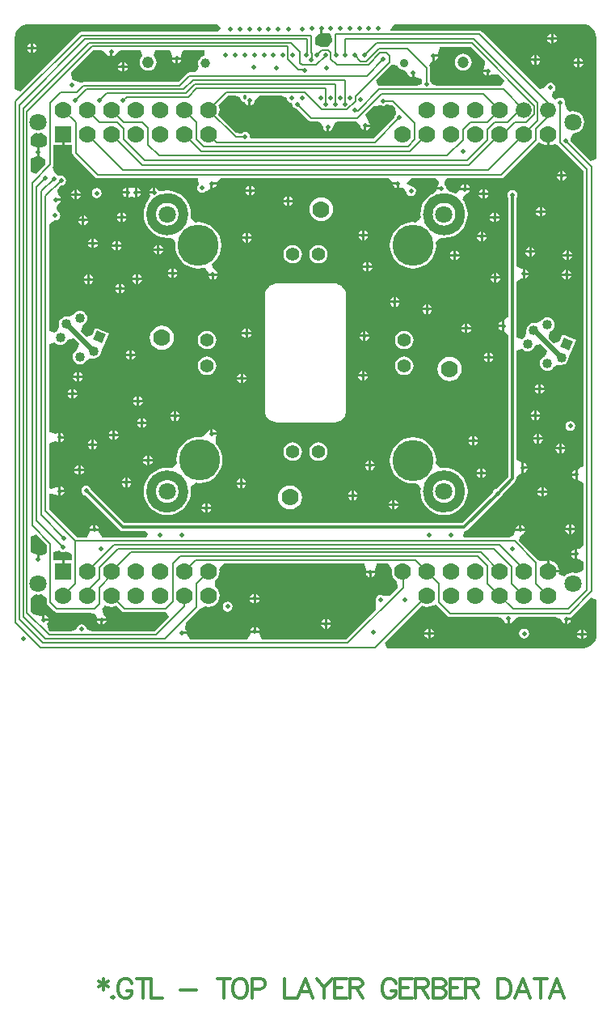
<source format=gbr>
G04 Layer_Physical_Order=1*
G04 Layer_Color=255*
%FSLAX26Y26*%
%MOIN*%
%TF.FileFunction,Copper,L1,Top,Signal*%
%TF.Part,Single*%
G01*
G75*
%TA.AperFunction,Conductor*%
%ADD10C,0.040000*%
%ADD11C,0.008000*%
%ADD12C,0.007000*%
%ADD13C,0.012000*%
%ADD14C,0.020000*%
%TA.AperFunction,NonConductor*%
%ADD15C,0.012008*%
%TA.AperFunction,ComponentPad*%
%ADD16C,0.035433*%
%ADD17C,0.039370*%
%ADD18C,0.055118*%
%ADD19C,0.070000*%
%ADD20P,0.056569X4X202.5*%
%ADD21C,0.040000*%
%ADD22R,0.070000X0.070000*%
%ADD23C,0.066000*%
%TA.AperFunction,WasherPad*%
%ADD24C,0.070866*%
%ADD25C,0.169291*%
%ADD26C,0.047244*%
%ADD27C,0.048071*%
%TA.AperFunction,ViaPad*%
%ADD28C,0.020000*%
%ADD29C,0.018000*%
G36*
X803531Y2458726D02*
X798433Y2458055D01*
X791211Y2455063D01*
X785010Y2450305D01*
X780252Y2444104D01*
X777261Y2436883D01*
X776241Y2429133D01*
X777261Y2421384D01*
X779378Y2416274D01*
X775602Y2405670D01*
X767720Y2391274D01*
X741000D01*
X735537Y2390188D01*
X733683Y2388948D01*
X730907Y2387093D01*
X730906Y2387093D01*
X695087Y2351274D01*
X303024D01*
X303024Y2351274D01*
X300538Y2350780D01*
X292290Y2349452D01*
X269472Y2354720D01*
Y2354720D01*
X269472D01*
X258153Y2362498D01*
X252387Y2391200D01*
X344913Y2483726D01*
X376394D01*
X386512Y2480662D01*
X404236Y2463097D01*
X404236D01*
X404246Y2463081D01*
X404581Y2462581D01*
X404581D01*
X407587Y2460572D01*
X411194Y2458162D01*
X411196Y2458160D01*
X411956Y2458009D01*
X412740Y2457853D01*
X413106Y2457780D01*
X413493Y2457703D01*
X414000Y2457603D01*
Y2477000D01*
X424000D01*
Y2457603D01*
X424507Y2457703D01*
X424894Y2457780D01*
X425260Y2457853D01*
X426044Y2458009D01*
X426804Y2458160D01*
X426807Y2458162D01*
X428750Y2459461D01*
X433419Y2462581D01*
X433419D01*
X433688Y2462983D01*
X433764Y2463097D01*
X451488Y2480662D01*
X461606Y2483726D01*
X540403D01*
X547452Y2458726D01*
X546184Y2457753D01*
X540638Y2450524D01*
X537150Y2442106D01*
X535961Y2433072D01*
X537150Y2424037D01*
X540638Y2415619D01*
X546184Y2408390D01*
X553414Y2402843D01*
X561832Y2399356D01*
X570866Y2398167D01*
X579900Y2399356D01*
X588318Y2402843D01*
X595548Y2408390D01*
X601095Y2415619D01*
X604582Y2424037D01*
X605771Y2433072D01*
X604582Y2442106D01*
X601095Y2450524D01*
X595548Y2457753D01*
X594280Y2458726D01*
X601329Y2483726D01*
X661237D01*
X663745Y2479651D01*
X671229Y2457751D01*
X671203Y2457711D01*
X669928Y2455804D01*
X669928Y2455803D01*
X669370Y2453000D01*
X708165D01*
X707607Y2455804D01*
X705655Y2458726D01*
X709845Y2473239D01*
X716298Y2483726D01*
X801892D01*
X803531Y2458726D01*
D02*
G37*
G36*
X2225490Y2091492D02*
X2232237Y2092380D01*
X2232896Y2092653D01*
X2249936Y2094626D01*
X2260907Y2090906D01*
X2365452Y1986361D01*
Y770779D01*
X2358270Y764587D01*
X2343000Y756289D01*
Y735000D01*
Y713711D01*
X2358270Y705413D01*
X2365452Y699221D01*
Y441495D01*
X2349589Y430756D01*
X2341000Y427701D01*
Y408000D01*
Y388299D01*
X2349589Y385244D01*
X2365452Y374505D01*
Y342299D01*
X2356896Y335182D01*
X2340452Y328100D01*
X2334694Y330485D01*
X2322834Y332047D01*
X2310974Y330485D01*
X2299921Y325907D01*
X2290431Y318625D01*
X2287253Y314484D01*
X2264332Y324474D01*
X2265220Y331221D01*
X2220490D01*
Y336221D01*
X2215490D01*
Y380952D01*
X2208743Y380063D01*
X2208557Y379986D01*
X2189446Y379529D01*
X2180093Y384011D01*
X2180093Y384011D01*
X2100862Y463242D01*
X2103309Y474695D01*
X2107911Y483232D01*
D01*
X2107911Y483232D01*
Y483232D01*
X2107911Y483232D01*
X2115294Y489349D01*
X2120504Y493666D01*
X2124925Y500281D01*
X2124925Y500281D01*
X2125482Y503085D01*
X2084696D01*
X2081198Y485531D01*
X2060032Y476274D01*
X1874164D01*
X1868902Y484049D01*
X1871621Y493459D01*
X1877062Y503238D01*
X1880531Y503928D01*
X1885824Y507465D01*
X2015344Y636985D01*
X2019804Y637872D01*
X2026419Y642292D01*
X2030840Y648908D01*
X2031727Y653367D01*
X2084552Y706193D01*
X2088088Y711485D01*
X2089330Y717728D01*
Y726302D01*
X2095559Y732067D01*
X2111000Y740685D01*
Y762603D01*
Y784521D01*
X2095559Y793138D01*
X2089330Y798904D01*
Y1246049D01*
X2090460Y1246690D01*
X2114330Y1252453D01*
X2114982Y1251603D01*
X2121249Y1246794D01*
X2128546Y1243772D01*
X2136378Y1242741D01*
X2144210Y1243772D01*
X2151507Y1246794D01*
X2157774Y1251603D01*
X2162583Y1257870D01*
X2164737Y1263069D01*
X2174763Y1267834D01*
X2190690Y1272471D01*
X2215622Y1247540D01*
X2211668Y1232032D01*
X2206630Y1221176D01*
X2201871Y1219205D01*
X2195604Y1214396D01*
X2190795Y1208129D01*
X2187772Y1200831D01*
X2186741Y1192999D01*
X2187772Y1185168D01*
X2190795Y1177870D01*
X2195604Y1171603D01*
X2201871Y1166794D01*
X2209168Y1163772D01*
X2217000Y1162741D01*
X2224832Y1163772D01*
X2232129Y1166794D01*
X2238396Y1171603D01*
X2240404Y1174220D01*
X2247812Y1180527D01*
X2254556Y1184417D01*
X2262068Y1186415D01*
X2271708Y1187174D01*
X2275000Y1186741D01*
X2282832Y1187772D01*
X2290130Y1190794D01*
X2296396Y1195603D01*
X2301205Y1201870D01*
X2304228Y1209168D01*
X2304562Y1211706D01*
X2313236Y1234803D01*
X2313236D01*
X2313236Y1234803D01*
X2336197Y1290235D01*
X2280764Y1313196D01*
X2267957Y1282278D01*
X2243438Y1277400D01*
X2223462Y1297376D01*
X2223986Y1307097D01*
X2230906Y1325288D01*
X2232129Y1325794D01*
X2238396Y1330603D01*
X2243205Y1336870D01*
X2246228Y1344168D01*
X2247259Y1351999D01*
X2246228Y1359831D01*
X2243205Y1367129D01*
X2238396Y1373396D01*
X2232129Y1378205D01*
X2224832Y1381227D01*
X2217000Y1382258D01*
X2209168Y1381227D01*
X2201871Y1378205D01*
X2195604Y1373396D01*
X2194820Y1372375D01*
X2187646Y1365784D01*
X2179155Y1362158D01*
X2171775Y1359348D01*
X2162456Y1359067D01*
X2161000Y1359258D01*
X2153168Y1358227D01*
X2145870Y1355205D01*
X2139604Y1350396D01*
X2134795Y1344129D01*
X2131772Y1336831D01*
X2130741Y1328999D01*
X2130905Y1327754D01*
X2129894Y1316815D01*
X2125848Y1307434D01*
X2122547Y1301529D01*
X2117024Y1295963D01*
X2114982Y1294396D01*
X2114330Y1293546D01*
X2090460Y1299309D01*
X2089330Y1299950D01*
Y1530328D01*
X2110651Y1542293D01*
X2114330Y1542736D01*
X2115000Y1542603D01*
Y1562000D01*
Y1581397D01*
X2114330Y1581264D01*
X2110651Y1581707D01*
X2089330Y1593672D01*
Y1852740D01*
X2090555Y1877233D01*
X2090581Y1877272D01*
Y1877272D01*
X2091856Y1879180D01*
X2091856Y1879180D01*
X2092622Y1883028D01*
X2092952Y1884687D01*
X2093409Y1886984D01*
X2093408Y1886984D01*
X2092632Y1890885D01*
X2092313Y1892490D01*
X2091856Y1894787D01*
X2091856Y1894787D01*
X2089500Y1898313D01*
X2088737Y1899456D01*
X2088737D01*
X2087436Y1901403D01*
X2087436Y1901403D01*
X2085669Y1902584D01*
Y1902584D01*
X2085489Y1902704D01*
X2085488D01*
X2083188Y1904241D01*
X2082767Y1904522D01*
D01*
X2080820Y1905823D01*
X2080820D01*
X2078523Y1906280D01*
X2077089Y1906565D01*
X2073017Y1907376D01*
X2070720Y1906919D01*
X2068944Y1906565D01*
X2067510Y1906280D01*
X2065213Y1905823D01*
Y1905823D01*
X2063266Y1904522D01*
D01*
X2062845Y1904241D01*
X2060544Y1902704D01*
X2060544D01*
X2060505Y1902678D01*
Y1902678D01*
X2058597Y1901403D01*
X2058597Y1901403D01*
X2057296Y1899456D01*
X2057296D01*
X2056533Y1898313D01*
X2054177Y1894787D01*
X2054177Y1894787D01*
X2053720Y1892490D01*
X2053401Y1890885D01*
X2052625Y1886984D01*
X2052624Y1886984D01*
D01*
X2053081Y1884687D01*
X2053411Y1883028D01*
X2054177Y1879180D01*
X2054177Y1879180D01*
X2055452Y1877272D01*
Y1877272D01*
X2055478Y1877233D01*
X2056703Y1852740D01*
Y1386620D01*
X2053500Y1381831D01*
X2040000Y1371294D01*
Y1347000D01*
Y1322706D01*
X2053500Y1312169D01*
X2056703Y1307380D01*
Y724485D01*
X2008656Y676438D01*
X2004196Y675551D01*
X1997581Y671131D01*
X1993160Y664515D01*
X1992273Y660056D01*
X1867531Y535313D01*
X472757D01*
X335727Y672344D01*
X334840Y676804D01*
X330419Y683419D01*
X323804Y687840D01*
X316000Y689392D01*
X308196Y687840D01*
X301581Y683419D01*
X297160Y676804D01*
X295608Y669000D01*
X297160Y661196D01*
X301581Y654581D01*
X308196Y650160D01*
X312656Y649273D01*
X454465Y507465D01*
X459757Y503928D01*
X466000Y502687D01*
X558597D01*
X565300Y497014D01*
X569077Y488306D01*
X562760Y476274D01*
X379609D01*
X378386Y477591D01*
X367953Y500108D01*
X368070Y501274D01*
X368430Y503086D01*
X329635D01*
X329995Y501274D01*
X330112Y500108D01*
X319679Y477591D01*
X318456Y476274D01*
X277913D01*
X162274Y591913D01*
Y656161D01*
X169113Y656995D01*
X192132Y652212D01*
X192132Y652212D01*
X195111Y650222D01*
X198196Y648160D01*
X201000Y647603D01*
Y667000D01*
Y686397D01*
X198196Y685840D01*
X195828Y684258D01*
X193528Y682720D01*
X193528Y682720D01*
X170990Y676776D01*
X162274Y677839D01*
Y864053D01*
X166596Y866798D01*
X190581Y873581D01*
X191284Y873111D01*
X191302Y873099D01*
X191302D01*
Y873099D01*
D01*
X197196Y869160D01*
X200000Y868603D01*
Y888000D01*
Y907397D01*
X197196Y906840D01*
X191302Y902901D01*
X191302Y902901D01*
D01*
X191282Y902888D01*
X190581Y902419D01*
X166596Y909202D01*
X162274Y911947D01*
Y1273105D01*
X163866Y1274001D01*
X187274Y1279525D01*
X187982Y1278603D01*
X194249Y1273794D01*
X201546Y1270772D01*
X209378Y1269741D01*
X217210Y1270772D01*
X224507Y1273794D01*
X230774Y1278603D01*
X235583Y1284870D01*
X237151Y1288655D01*
X249530Y1294102D01*
X264423Y1296739D01*
X286189Y1274972D01*
X284026Y1261120D01*
X278216Y1247590D01*
X274871Y1246205D01*
X268604Y1241396D01*
X263795Y1235129D01*
X260772Y1227831D01*
X259741Y1219999D01*
X260772Y1212168D01*
X263795Y1204870D01*
X268604Y1198603D01*
X274871Y1193794D01*
X282168Y1190772D01*
X290000Y1189741D01*
X297832Y1190772D01*
X305129Y1193794D01*
X311396Y1198603D01*
X313404Y1201220D01*
X320812Y1207527D01*
X327556Y1211417D01*
X335068Y1213415D01*
X344708Y1214174D01*
X348000Y1213741D01*
X355832Y1214772D01*
X363130Y1217794D01*
X369396Y1222603D01*
X374205Y1228870D01*
X377228Y1236168D01*
X377562Y1238706D01*
X386236Y1261803D01*
X386236D01*
X386236Y1261803D01*
X409197Y1317235D01*
X353764Y1340196D01*
X340371Y1307863D01*
X315852Y1302986D01*
X294695Y1324143D01*
X296203Y1336463D01*
X302491Y1351702D01*
X305129Y1352794D01*
X311396Y1357603D01*
X316205Y1363870D01*
X319228Y1371168D01*
X320259Y1378999D01*
X319228Y1386831D01*
X316205Y1394129D01*
X311396Y1400396D01*
X305129Y1405205D01*
X297832Y1408227D01*
X290000Y1409258D01*
X282168Y1408227D01*
X274871Y1405205D01*
X268604Y1400396D01*
X267820Y1399375D01*
X260646Y1392784D01*
X252155Y1389158D01*
X244775Y1386348D01*
X235456Y1386067D01*
X234000Y1386258D01*
X226168Y1385227D01*
X218870Y1382205D01*
X212604Y1377396D01*
X207795Y1371129D01*
X204772Y1363831D01*
X203741Y1355999D01*
X203905Y1354754D01*
X202894Y1343815D01*
X198848Y1334434D01*
X195547Y1328529D01*
X190024Y1322963D01*
X187982Y1321396D01*
X187274Y1320474D01*
X163866Y1325998D01*
X162274Y1326894D01*
Y1765068D01*
X167552Y1770396D01*
X187274Y1781753D01*
X188000Y1781608D01*
X188000Y1781608D01*
X193507Y1782704D01*
X195804Y1783160D01*
X195804Y1783160D01*
X202419Y1787581D01*
X206839Y1794196D01*
X206840Y1794196D01*
X207296Y1796493D01*
X207297Y1796493D01*
X208392Y1802000D01*
X208392Y1802000D01*
X207935Y1804297D01*
X206840Y1809803D01*
Y1809804D01*
X202419Y1816419D01*
Y1816419D01*
X201903Y1816764D01*
D01*
X195804Y1820840D01*
X194298Y1835083D01*
X198804Y1848160D01*
X205419Y1852581D01*
X209840Y1859196D01*
X210397Y1862000D01*
X191000D01*
Y1872000D01*
X210397D01*
X209840Y1874804D01*
X205419Y1881419D01*
X203890Y1882441D01*
X198038Y1902921D01*
X197842Y1907303D01*
X211022Y1924431D01*
X213236Y1925948D01*
X218395Y1926974D01*
X219804Y1927254D01*
X219804Y1927255D01*
X226419Y1931675D01*
X228492Y1934777D01*
X230495Y1937774D01*
X230495Y1937774D01*
X230568Y1937883D01*
X230840Y1938290D01*
Y1938290D01*
Y1938291D01*
X231545Y1941837D01*
X232392Y1946094D01*
D01*
X232392Y1946094D01*
X230840Y1953897D01*
Y1953898D01*
X229579Y1955785D01*
X229539Y1955845D01*
X229258Y1956265D01*
Y1956265D01*
X227720Y1958566D01*
Y1958566D01*
X227448Y1958974D01*
Y1958974D01*
X226419Y1960513D01*
X226419Y1960513D01*
X226419Y1960514D01*
X226419D01*
X224473Y1961814D01*
D01*
X221477Y1963815D01*
X219804Y1964934D01*
X219804Y1964934D01*
X217507Y1965390D01*
X215797Y1965731D01*
X212000Y1966486D01*
X201428Y1966476D01*
X201170Y1966475D01*
X193422Y1970422D01*
X192151Y1971272D01*
X184582Y1977793D01*
X177095Y2001822D01*
X177094Y2001828D01*
X178948Y2004604D01*
X180188Y2006459D01*
X181274Y2011921D01*
X181274Y2011922D01*
Y2091222D01*
X215490D01*
Y2136222D01*
X225490D01*
Y2091222D01*
X257454D01*
Y2060272D01*
X257454Y2060271D01*
X258541Y2054809D01*
X261635Y2050178D01*
X351906Y1959907D01*
X356538Y1956812D01*
X362000Y1955726D01*
X362000Y1955726D01*
X776378D01*
X777099Y1953936D01*
X780528Y1930720D01*
X780489Y1930694D01*
X778581Y1929419D01*
Y1929419D01*
X776516Y1926330D01*
X774160Y1922804D01*
Y1922804D01*
X773384Y1918902D01*
X772608Y1915000D01*
Y1915000D01*
X773395Y1911045D01*
X774160Y1907197D01*
X774160Y1907196D01*
X775435Y1905289D01*
X775461Y1905249D01*
X775462Y1905249D01*
Y1905249D01*
X778581Y1900581D01*
X785196Y1896161D01*
X785196Y1896160D01*
X793000Y1894608D01*
X793000Y1894608D01*
X793609Y1894729D01*
X800804Y1896160D01*
X801965Y1896937D01*
X804718Y1898776D01*
X811387Y1902739D01*
X813330Y1903796D01*
X816393Y1905462D01*
X823914Y1909336D01*
X828000Y1910915D01*
Y1934000D01*
X833000D01*
Y1939000D01*
X857287D01*
X867813Y1952514D01*
X872604Y1955726D01*
X1561396D01*
X1566187Y1952514D01*
X1576713Y1939000D01*
X1601000D01*
Y1934000D01*
X1606000D01*
Y1914603D01*
X1608803Y1915160D01*
X1608804D01*
X1614027Y1916173D01*
X1614340Y1916233D01*
X1621640Y1917057D01*
X1627999Y1914085D01*
X1637012Y1894945D01*
X1637161Y1894197D01*
Y1894197D01*
Y1894197D01*
X1637836Y1893186D01*
X1637850Y1893165D01*
X1637850Y1893165D01*
X1641581Y1887581D01*
X1648197Y1883161D01*
X1648197Y1883161D01*
X1656000Y1881609D01*
X1656001Y1881609D01*
X1656935Y1881794D01*
X1663804Y1883161D01*
X1663804Y1883161D01*
X1665751Y1884462D01*
X1665751D01*
X1670420Y1887581D01*
X1674840Y1894197D01*
X1676392Y1902001D01*
X1674977Y1909116D01*
X1674840Y1909804D01*
X1674840Y1909804D01*
X1670420Y1916420D01*
X1663804Y1920840D01*
X1658297Y1921936D01*
X1656066Y1922379D01*
X1656001Y1922392D01*
X1656000Y1922392D01*
X1635905Y1933304D01*
X1654986Y1955726D01*
X1757053D01*
X1768300Y1938019D01*
X1768496Y1930013D01*
D01*
X1768515Y1929241D01*
X1768515D01*
X1768528Y1928720D01*
X1768520Y1928715D01*
X1767977Y1928352D01*
X1766581Y1927419D01*
Y1927419D01*
Y1927419D01*
X1762161Y1920804D01*
X1762160Y1920804D01*
X1761603Y1918000D01*
X1781000D01*
Y1908000D01*
X1761603D01*
X1761909Y1906462D01*
X1762160Y1905197D01*
X1762160Y1905196D01*
X1741836Y1890615D01*
X1737187Y1888130D01*
X1722417Y1876009D01*
X1710295Y1861238D01*
X1701288Y1844387D01*
X1695742Y1826103D01*
X1693869Y1807088D01*
X1695104Y1794541D01*
X1689622Y1785326D01*
X1685525Y1781030D01*
X1674134Y1773179D01*
X1663386Y1774237D01*
X1644832Y1772410D01*
X1626991Y1766998D01*
X1610549Y1758209D01*
X1596138Y1746382D01*
X1584310Y1731970D01*
X1575522Y1715528D01*
X1570110Y1697687D01*
X1568282Y1679133D01*
X1570110Y1660580D01*
X1575522Y1642739D01*
X1584310Y1626297D01*
X1596138Y1611885D01*
X1610549Y1600058D01*
X1626991Y1591269D01*
X1644832Y1585857D01*
X1663386Y1584030D01*
X1681940Y1585857D01*
X1699781Y1591269D01*
X1716223Y1600058D01*
X1730634Y1611885D01*
X1742462Y1626297D01*
X1751250Y1642739D01*
X1756662Y1660580D01*
X1758490Y1679133D01*
X1757431Y1689883D01*
X1765280Y1701272D01*
X1769575Y1705370D01*
X1778793Y1710854D01*
X1791338Y1709618D01*
X1810353Y1711491D01*
X1828638Y1717038D01*
X1845489Y1726045D01*
X1860259Y1738166D01*
X1872381Y1752937D01*
X1881388Y1769788D01*
X1886935Y1788072D01*
X1888807Y1807088D01*
X1886935Y1826103D01*
X1881388Y1844387D01*
X1872381Y1861238D01*
X1867943Y1866647D01*
X1874047Y1880903D01*
X1880585Y1890650D01*
X1883507Y1891231D01*
X1883507D01*
X1885804Y1891688D01*
X1885804Y1891688D01*
X1890472Y1894807D01*
D01*
X1892419Y1896108D01*
Y1896109D01*
X1896840Y1902724D01*
X1897397Y1905528D01*
X1853509D01*
X1841067Y1893944D01*
X1837684Y1892302D01*
X1828638Y1897137D01*
X1810353Y1902684D01*
X1805224Y1908588D01*
X1800742Y1916266D01*
X1799840Y1920804D01*
X1799839Y1920804D01*
X1795419Y1927419D01*
Y1927419D01*
Y1927419D01*
X1794029Y1928348D01*
X1793480Y1928715D01*
X1793472Y1928720D01*
X1793485Y1929241D01*
X1793485D01*
X1793504Y1930013D01*
D01*
X1793700Y1938019D01*
X1804947Y1955726D01*
X2026999D01*
X2027000Y1955726D01*
X2032463Y1956812D01*
X2037093Y1959907D01*
X2167491Y2090304D01*
X2184364Y2101461D01*
X2197796Y2096914D01*
X2208743Y2092380D01*
X2215490Y2091492D01*
Y2136222D01*
X2225490D01*
Y2091492D01*
D02*
G37*
G36*
X131144Y2141113D02*
X152726Y2125575D01*
Y2092629D01*
X144715Y2087023D01*
X127726Y2081555D01*
X125804Y2082840D01*
X123000Y2083397D01*
Y2064000D01*
Y2044603D01*
X123177Y2044638D01*
X146572Y2031259D01*
X147715Y2012824D01*
X108371Y1973480D01*
X85274Y1983047D01*
Y2034034D01*
X88268Y2036577D01*
X110197Y2045160D01*
X113000Y2044603D01*
Y2064000D01*
Y2083397D01*
X110197Y2082840D01*
X88268Y2091423D01*
X85274Y2093966D01*
Y2123795D01*
X101328Y2137696D01*
X110274Y2141428D01*
X118110Y2140396D01*
X127726Y2141662D01*
X131144Y2141113D01*
D02*
G37*
G36*
X206581Y421581D02*
X213196Y417160D01*
X221000Y415608D01*
X228804Y417160D01*
X230726Y418445D01*
X247715Y412976D01*
X255726Y407371D01*
Y381221D01*
X225490D01*
Y336221D01*
X215490D01*
Y381221D01*
X181274D01*
Y414807D01*
X206274Y422039D01*
X206581Y421581D01*
D02*
G37*
G36*
X152726Y444087D02*
Y413531D01*
X142239Y407078D01*
X127726Y402887D01*
X124804Y404840D01*
X122000Y405397D01*
Y386000D01*
X112000D01*
Y405397D01*
X110274Y405054D01*
X108972Y404945D01*
X86436Y415545D01*
X85274Y416634D01*
Y478875D01*
X108371Y488442D01*
X152726Y444087D01*
D02*
G37*
G36*
X1574356Y350848D02*
X1576221Y344726D01*
X1575102Y336221D01*
X1576648Y324474D01*
X1581183Y313527D01*
X1588396Y304127D01*
X1597796Y296914D01*
X1597934Y296857D01*
X1601517Y269704D01*
X1569270Y237457D01*
X1563729Y236591D01*
X1538751Y236539D01*
X1538711Y236565D01*
X1536804Y237840D01*
X1536803Y237840D01*
X1533151Y238566D01*
X1529000Y239392D01*
D01*
X1525098Y238616D01*
X1522374Y238074D01*
X1521196Y237840D01*
X1518829Y236258D01*
X1516528Y234720D01*
X1516103Y234436D01*
X1514581Y233419D01*
X1514581D01*
X1513564Y231897D01*
X1513280Y231472D01*
X1511742Y229171D01*
X1510160Y226804D01*
X1509926Y225626D01*
X1509384Y222902D01*
X1508608Y219000D01*
D01*
X1509434Y214849D01*
X1510160Y211197D01*
X1510160Y211196D01*
X1511435Y209289D01*
X1511461Y209249D01*
X1511409Y184271D01*
X1510543Y178730D01*
X1388087Y56274D01*
X1041634D01*
X1040545Y57437D01*
X1029945Y79972D01*
X1030054Y81274D01*
X1030397Y83000D01*
X991603D01*
X991946Y81274D01*
X992055Y79972D01*
X981455Y57437D01*
X980366Y56274D01*
X746095D01*
X739738Y63833D01*
X731574Y79000D01*
X710500D01*
Y89000D01*
X729897D01*
X729340Y91804D01*
X724919Y98419D01*
X727706Y124519D01*
X781093Y177906D01*
X781093Y177906D01*
X781231Y178113D01*
X785705Y183191D01*
X805760Y191823D01*
X806480Y191958D01*
X810274Y192178D01*
X820490Y190833D01*
X832237Y192380D01*
X843184Y196914D01*
X852584Y204127D01*
X859797Y213527D01*
X864332Y224474D01*
X865878Y236221D01*
X864332Y247969D01*
X859797Y258916D01*
X852584Y268316D01*
X847987Y271844D01*
X845625Y284175D01*
Y288268D01*
X847987Y300599D01*
X852584Y304127D01*
X859797Y313527D01*
X864332Y324474D01*
X865878Y336221D01*
X864759Y344726D01*
X866624Y350848D01*
X881652Y369726D01*
X1461966D01*
X1464319Y365207D01*
X1470461Y342751D01*
X1470435Y342711D01*
X1469160Y340804D01*
X1469160Y340803D01*
X1468603Y338000D01*
X1507397D01*
X1506840Y340803D01*
X1506840Y340804D01*
X1505565Y342711D01*
X1505539Y342751D01*
X1511681Y365207D01*
X1514034Y369726D01*
X1559329D01*
X1574356Y350848D01*
D02*
G37*
G36*
X2421000Y219089D02*
Y67000D01*
X2419000D01*
X2415000Y53000D01*
X2407000Y41000D01*
X2393000Y28788D01*
X2380945Y23000D01*
X2365001Y20000D01*
X1557120Y20000D01*
X1547553Y43097D01*
X1700323Y195867D01*
X1708743Y192380D01*
X1720490Y190833D01*
X1732237Y192380D01*
X1735827Y193867D01*
X1743615Y196938D01*
X1759692Y197838D01*
X1770825Y187988D01*
X1805906Y152907D01*
X1805907Y152906D01*
X1810537Y149812D01*
X1816000Y148726D01*
X1816001Y148726D01*
X2012671D01*
X2028504Y143564D01*
X2039928Y130472D01*
X2041280Y128449D01*
X2041280D01*
X2042581Y126502D01*
D01*
Y126502D01*
X2042581Y126502D01*
X2044064Y125511D01*
X2044528Y125201D01*
X2046779Y123697D01*
X2047249Y123383D01*
D01*
X2049196Y122082D01*
X2049197D01*
X2052000Y121524D01*
Y140922D01*
X2062000D01*
Y121524D01*
X2064803Y122082D01*
X2064804Y122082D01*
X2066751Y123383D01*
X2066751D01*
X2067221Y123697D01*
X2069472Y125201D01*
X2069797Y125418D01*
X2071419Y126502D01*
X2071419Y126502D01*
X2071419Y126502D01*
X2072720Y128449D01*
X2072720D01*
X2074072Y130472D01*
X2085496Y143564D01*
X2101329Y148726D01*
X2250854D01*
X2274608Y140000D01*
X2275704Y134493D01*
Y134493D01*
X2276160Y132196D01*
X2276161Y132196D01*
X2280581Y125581D01*
X2287196Y121160D01*
X2290000Y120603D01*
Y140000D01*
X2295000D01*
Y145000D01*
X2317316D01*
X2319462Y152906D01*
X2337140Y170584D01*
X2396000Y229444D01*
X2421000Y219089D01*
D02*
G37*
G36*
X2375000Y2589000D02*
X2385000Y2586000D01*
X2393999Y2581000D01*
X2397000Y2579000D01*
X2403000Y2574000D01*
X2409000Y2567000D01*
X2418000Y2550000D01*
X2421000Y2534000D01*
Y2036542D01*
X2396000Y2026187D01*
X2313192Y2108995D01*
X2313392Y2110000D01*
X2313392Y2110000D01*
X2311840Y2117803D01*
X2318546Y2131585D01*
X2324711Y2140644D01*
X2334694Y2141958D01*
X2345747Y2146536D01*
X2355237Y2153818D01*
X2362520Y2163309D01*
X2367098Y2174361D01*
X2368659Y2186222D01*
X2367098Y2198082D01*
X2362520Y2209134D01*
X2355237Y2218625D01*
X2345747Y2225907D01*
X2334694Y2230485D01*
X2322834Y2232047D01*
X2310974Y2230485D01*
X2310274Y2230195D01*
X2301469Y2235031D01*
X2300849Y2235709D01*
X2292551Y2253413D01*
X2290760Y2263826D01*
X2291392Y2267000D01*
X2291392Y2267001D01*
X2291391Y2267002D01*
X2289840Y2274803D01*
Y2274803D01*
X2289840Y2274804D01*
X2288767Y2276409D01*
X2288716Y2276485D01*
X2288703Y2276504D01*
X2288566Y2276710D01*
X2288543Y2276745D01*
X2288542Y2276747D01*
X2288539Y2276751D01*
D01*
X2288538Y2276751D01*
X2285957Y2280614D01*
X2285419Y2281419D01*
X2285419Y2281419D01*
X2278804Y2285839D01*
X2278804Y2285839D01*
X2278804Y2285840D01*
X2276507Y2286296D01*
X2273297Y2286935D01*
X2273297Y2286935D01*
X2271001Y2287392D01*
X2271000Y2287392D01*
X2271000Y2287392D01*
X2271000Y2287392D01*
X2271000D01*
X2270392Y2287271D01*
X2270391D01*
X2268704Y2286935D01*
X2263197Y2285840D01*
X2263196Y2285840D01*
X2261249Y2284539D01*
D01*
X2256581Y2281419D01*
X2255569Y2280883D01*
X2249136Y2280136D01*
X2237565Y2291337D01*
X2241407Y2312402D01*
X2241972Y2312780D01*
D01*
X2243919Y2314081D01*
Y2314081D01*
X2248340Y2320696D01*
X2249435Y2326203D01*
X2249892Y2328500D01*
X2249892Y2328500D01*
X2249435Y2330797D01*
X2249435Y2330797D01*
X2248340Y2336303D01*
X2248340Y2336304D01*
X2247039Y2338251D01*
Y2338251D01*
X2243919Y2342919D01*
X2237304Y2347340D01*
X2237304Y2347340D01*
X2235007Y2347796D01*
X2229500Y2348892D01*
X2221696Y2347340D01*
X2215081Y2342919D01*
X2210660Y2336304D01*
X2209761Y2331781D01*
X2198795Y2325321D01*
X2185091Y2321096D01*
X1946676Y2559512D01*
X1942044Y2562606D01*
X1936582Y2563692D01*
X1936582Y2563692D01*
X1569302D01*
X1568756Y2564999D01*
X1585399Y2589999D01*
X2359999Y2589999D01*
X2375000Y2589000D01*
D02*
G37*
G36*
X79999Y2589999D02*
X855014Y2589999D01*
X869016Y2570930D01*
X861317Y2558274D01*
X295000D01*
X295000Y2558274D01*
X289538Y2557188D01*
X284906Y2554093D01*
X284906Y2554093D01*
X43097Y2312284D01*
X20000Y2321851D01*
Y2530999D01*
X22000Y2547000D01*
X28000Y2561000D01*
X32000Y2567000D01*
X36580Y2572407D01*
X44000Y2579000D01*
X56000Y2586000D01*
X66000Y2589000D01*
X74000Y2589999D01*
X79999Y2589999D01*
D02*
G37*
G36*
X1599657Y2418079D02*
X1600868Y2415156D01*
X1605310Y2409366D01*
X1611100Y2404923D01*
X1617842Y2402130D01*
X1620463Y2401785D01*
X1632136Y2395841D01*
X1648280Y2377528D01*
Y2377528D01*
X1648306Y2377488D01*
X1649581Y2375581D01*
X1649581D01*
X1652670Y2373516D01*
X1656196Y2371160D01*
X1656196D01*
X1659000Y2370603D01*
Y2390000D01*
X1669000D01*
Y2370603D01*
X1671803Y2371160D01*
X1671804Y2371160D01*
X1671804Y2371160D01*
X1672571Y2371271D01*
X1682090Y2369643D01*
X1692361Y2366171D01*
X1699101Y2361622D01*
X1701524Y2351348D01*
X1701160Y2350804D01*
X1699608Y2343000D01*
X1675671Y2335196D01*
X1524922D01*
X1524921Y2335196D01*
X1520948Y2334405D01*
X1519409Y2335491D01*
X1510137Y2358950D01*
X1572885Y2421698D01*
X1584028Y2421787D01*
X1599657Y2418079D01*
D02*
G37*
G36*
X1958747Y2439309D02*
X1959651Y2436020D01*
X1959395Y2430122D01*
X1955461Y2406751D01*
X1955435Y2406711D01*
X1954160Y2404804D01*
X1954160Y2404803D01*
X1953603Y2402000D01*
X1973000D01*
Y2397000D01*
X1978000D01*
Y2377603D01*
X1980803Y2378160D01*
X1980804D01*
X1981320Y2378505D01*
D01*
X1987419Y2382581D01*
X2012020Y2383651D01*
X2015309Y2382747D01*
X2038727Y2359329D01*
X2038440Y2356968D01*
X2027505Y2335196D01*
X1764329D01*
X1740392Y2343000D01*
X1738840Y2350804D01*
X1734419Y2357419D01*
Y2357419D01*
X1734274Y2357516D01*
Y2407999D01*
X1734274Y2408000D01*
X1733188Y2413463D01*
X1730093Y2418093D01*
X1739257Y2435140D01*
X1743000Y2436753D01*
Y2460000D01*
X1748000D01*
Y2465000D01*
X1767397D01*
X1766840Y2467803D01*
Y2467804D01*
X1766801Y2467861D01*
X1765565Y2469711D01*
X1765539Y2469751D01*
X1771681Y2492207D01*
X1774034Y2496726D01*
X1901331D01*
X1958747Y2439309D01*
D02*
G37*
G36*
X1290000Y2551603D02*
X1292804Y2552160D01*
X1316196D01*
X1316206Y2552159D01*
X1324018Y2550524D01*
X1329308Y2526174D01*
Y2517580D01*
X1328205Y2515405D01*
X1313000Y2497274D01*
X1312999Y2497274D01*
X1286842D01*
X1283746Y2496659D01*
X1277826Y2497638D01*
X1269869Y2500885D01*
X1266544Y2502930D01*
X1259358Y2509857D01*
X1259367Y2535018D01*
X1266708Y2542076D01*
X1277840Y2549579D01*
X1280000Y2550210D01*
Y2571000D01*
X1290000D01*
Y2551603D01*
D02*
G37*
G36*
X131144Y241113D02*
X152726Y225575D01*
Y208000D01*
X152726Y208000D01*
X153812Y202537D01*
X156906Y197906D01*
X183906Y170907D01*
X183906Y170906D01*
X188537Y167812D01*
X194000Y166726D01*
X194000Y166726D01*
X327778D01*
X350414Y161018D01*
X354734Y155540D01*
X354736Y155538D01*
X354739Y155533D01*
X354739Y155533D01*
X355083Y154853D01*
X355640Y153751D01*
X356895Y151266D01*
X357088Y150884D01*
X359012Y147075D01*
X359191Y146722D01*
X359887Y145344D01*
X360160Y144804D01*
X360048Y144242D01*
X359969Y143844D01*
Y143844D01*
X359968Y143840D01*
X359951Y143755D01*
X359866Y143327D01*
X359602Y142000D01*
X398397D01*
X397839Y144804D01*
X393419Y151420D01*
X386803Y155840D01*
X381641Y178372D01*
X381587Y180786D01*
X388823Y193991D01*
X390753Y194620D01*
X407194Y193021D01*
X408743Y192380D01*
X420490Y190833D01*
X432237Y192380D01*
X440657Y195867D01*
X462618Y173907D01*
X462618Y173906D01*
X467249Y170812D01*
X472712Y169726D01*
X472712Y169726D01*
X643184D01*
X645313Y167453D01*
X656650Y147836D01*
X598088Y89274D01*
X341146D01*
X317392Y98000D01*
X316296Y103507D01*
Y103507D01*
X315840Y105804D01*
X315839Y105804D01*
X311419Y112419D01*
X306751Y115538D01*
X306751D01*
X304804Y116840D01*
X304803Y116840D01*
X299297Y117935D01*
X299296Y117935D01*
X297000Y118392D01*
D01*
X294703Y117935D01*
X294703Y117935D01*
X289196Y116840D01*
X282581Y112419D01*
X282581D01*
X281280Y110472D01*
D01*
X278161Y105804D01*
X278160Y105804D01*
X277704Y103507D01*
X277704Y103507D01*
X276608Y98000D01*
X252854Y89274D01*
X167913D01*
X160041Y97146D01*
X153910Y122581D01*
X158331Y129196D01*
X158888Y132000D01*
X139491D01*
Y137000D01*
X134491D01*
Y156397D01*
X131687Y155840D01*
X125072Y151419D01*
X99637Y157550D01*
X85274Y171913D01*
Y223795D01*
X101328Y237696D01*
X110274Y241428D01*
X118110Y240396D01*
X127726Y241662D01*
X131144Y241113D01*
D02*
G37*
G36*
X1143608Y2285000D02*
X1144704Y2279493D01*
X1145160Y2277196D01*
X1145160Y2277196D01*
X1149581Y2270581D01*
X1156196Y2266160D01*
X1164000Y2264608D01*
X1164000Y2264608D01*
X1167262Y2252300D01*
X1167262Y2252298D01*
X1167263Y2252298D01*
X1171683Y2245683D01*
X1178298Y2241262D01*
X1186101Y2239710D01*
X1186102Y2239710D01*
X1186273Y2239744D01*
X1232188Y2193829D01*
X1232188Y2193829D01*
X1234965Y2191974D01*
X1236819Y2190734D01*
X1242282Y2189648D01*
X1242283Y2189648D01*
X1273012D01*
X1277886Y2186056D01*
X1279154Y2184295D01*
X1292076Y2164648D01*
X1292076Y2164648D01*
X1292076Y2164647D01*
X1292704Y2161493D01*
X1293160Y2159196D01*
X1293160Y2159196D01*
X1297233Y2153101D01*
X1297233Y2153101D01*
X1297581Y2152581D01*
X1297581Y2152581D01*
X1297581Y2152581D01*
X1303176Y2148842D01*
D01*
X1304196Y2148160D01*
X1304196Y2148160D01*
X1307000Y2147603D01*
Y2167000D01*
X1317000D01*
Y2147603D01*
X1319803Y2148160D01*
X1319804D01*
X1319804Y2148160D01*
X1320824Y2148842D01*
D01*
X1326419Y2152581D01*
X1326419Y2152581D01*
X1326420Y2152581D01*
X1326767Y2153101D01*
X1326767Y2153101D01*
X1330840Y2159196D01*
X1330840Y2159196D01*
X1331296Y2161493D01*
X1331924Y2164648D01*
X1331924Y2164648D01*
D01*
X1344846Y2184295D01*
X1346114Y2186056D01*
X1350988Y2189648D01*
X1425736D01*
X1426529Y2189286D01*
X1442415Y2175018D01*
X1446613Y2167786D01*
X1447327Y2164196D01*
X1451748Y2157581D01*
X1458363Y2153160D01*
X1461167Y2152603D01*
Y2172000D01*
X1466167D01*
Y2177000D01*
X1485564D01*
X1485007Y2179804D01*
Y2179804D01*
X1482651Y2183330D01*
X1480586Y2186419D01*
Y2186419D01*
X1478819Y2187600D01*
X1478639Y2187720D01*
X1468445Y2208498D01*
X1466135Y2215880D01*
X1466135Y2215948D01*
X1501176Y2250989D01*
X1506676Y2252899D01*
X1530249Y2256345D01*
X1530249Y2256345D01*
X1530249D01*
X1530290Y2256318D01*
X1530290D01*
X1532196Y2255044D01*
X1532197Y2255044D01*
X1539998Y2253492D01*
X1539998Y2253492D01*
X1540000Y2253492D01*
X1540000Y2253492D01*
X1542297Y2253948D01*
X1542297D01*
X1542297Y2253949D01*
X1547803Y2255044D01*
X1547804Y2255044D01*
X1553982Y2259172D01*
X1554057Y2259222D01*
X1578042Y2256771D01*
X1589377Y2245436D01*
X1592581Y2219419D01*
X1588160Y2212804D01*
X1588160Y2212804D01*
X1587704Y2210507D01*
X1586608Y2205000D01*
X1586642Y2204829D01*
X1500087Y2118274D01*
X997732D01*
X993262Y2123721D01*
X991193Y2126998D01*
X990125Y2132369D01*
X990125Y2132369D01*
X989899Y2133507D01*
X989840Y2133804D01*
X989839Y2133804D01*
X986720Y2138472D01*
X986720D01*
X985419Y2140419D01*
X985419D01*
X980751Y2143538D01*
X980751Y2143539D01*
X980751D01*
X980751D01*
X980751D01*
X980711Y2143565D01*
X980711D01*
X978804Y2144840D01*
X978803Y2144840D01*
X971001Y2146392D01*
X971001D01*
X971000Y2146392D01*
D01*
X968703Y2145935D01*
X963197Y2144840D01*
X963196D01*
X957033Y2140721D01*
X956943Y2140661D01*
X933216Y2143735D01*
X933155Y2143743D01*
X860844Y2216054D01*
X864332Y2224474D01*
X865878Y2236222D01*
X864332Y2247969D01*
X860844Y2256389D01*
X899181Y2294726D01*
X927980D01*
X950194Y2288000D01*
X950194Y2287999D01*
X951668Y2280587D01*
X955868Y2274302D01*
X962152Y2270103D01*
X962153Y2270102D01*
X965561Y2269425D01*
X969566Y2268628D01*
X970214Y2268195D01*
X970412Y2267196D01*
X970413Y2267196D01*
X974833Y2260581D01*
X979501Y2257461D01*
X979501D01*
X981448Y2256160D01*
X981449Y2256160D01*
X984252Y2255603D01*
Y2275000D01*
X994252D01*
Y2255603D01*
X997056Y2256160D01*
X1003671Y2260581D01*
X1003671D01*
X1004972Y2262528D01*
D01*
X1008091Y2267196D01*
X1008092Y2267196D01*
X1008548Y2269493D01*
X1008548Y2269493D01*
X1009644Y2275000D01*
X1026418Y2293120D01*
X1029270Y2294726D01*
X1120053D01*
X1143608Y2285000D01*
D02*
G37*
%LPC*%
G36*
X424000Y917397D02*
X421196Y916840D01*
X414581Y912419D01*
X410160Y905804D01*
X409603Y903000D01*
X424000D01*
Y917397D01*
D02*
G37*
G36*
X2184000Y902397D02*
Y888000D01*
X2198397D01*
X2197840Y890804D01*
X2193419Y897419D01*
X2186804Y901840D01*
X2184000Y902397D01*
D02*
G37*
G36*
X210000Y907397D02*
Y893000D01*
X224397D01*
X223840Y895804D01*
X220720Y900472D01*
D01*
X219419Y902419D01*
X219419D01*
X213351Y906474D01*
X213351D01*
X212804Y906840D01*
X212803Y906840D01*
X210000Y907397D01*
D02*
G37*
G36*
X701397Y971000D02*
X687000D01*
Y956603D01*
X689804Y957160D01*
X696419Y961581D01*
X700840Y968196D01*
X701397Y971000D01*
D02*
G37*
G36*
X677000D02*
X662603D01*
X663160Y968196D01*
X667581Y961581D01*
X674196Y957160D01*
X677000Y956603D01*
Y971000D01*
D02*
G37*
G36*
X550000Y967397D02*
Y953000D01*
X564397D01*
X563840Y955804D01*
X559419Y962419D01*
X552804Y966840D01*
X550000Y967397D01*
D02*
G37*
G36*
X677000Y995397D02*
X674196Y994840D01*
X667581Y990419D01*
X663160Y983804D01*
X662603Y981000D01*
X677000D01*
Y995397D01*
D02*
G37*
G36*
X2187397Y974186D02*
X2173000D01*
Y959788D01*
X2175804Y960346D01*
X2182419Y964766D01*
X2186840Y971382D01*
X2187397Y974186D01*
D02*
G37*
G36*
X2163000D02*
X2148603D01*
X2149160Y971382D01*
X2153581Y964766D01*
X2160196Y960346D01*
X2163000Y959788D01*
Y974186D01*
D02*
G37*
G36*
X540000Y967397D02*
X537196Y966840D01*
X530581Y962419D01*
X526160Y955804D01*
X525603Y953000D01*
X540000D01*
Y967397D01*
D02*
G37*
G36*
X2312626Y955392D02*
X2304822Y953840D01*
X2298207Y949419D01*
X2293786Y942804D01*
X2292234Y935000D01*
X2293786Y927196D01*
X2298207Y920581D01*
X2304822Y916160D01*
X2312626Y914608D01*
X2320430Y916160D01*
X2327045Y920581D01*
X2331466Y927196D01*
X2333018Y935000D01*
X2331466Y942804D01*
X2327045Y949419D01*
X2320430Y953840D01*
X2312626Y955392D01*
D02*
G37*
G36*
X837827Y922397D02*
Y908000D01*
X852225D01*
X851667Y910804D01*
Y910804D01*
X849275Y914384D01*
X847247Y917419D01*
X847247Y917419D01*
X845489Y918594D01*
X845300Y918720D01*
X845299D01*
X843002Y920255D01*
X840631Y921840D01*
X837827Y922397D01*
D02*
G37*
G36*
X434000Y917397D02*
Y903000D01*
X448397D01*
X447840Y905804D01*
X443419Y912419D01*
X436804Y916840D01*
X434000Y917397D01*
D02*
G37*
G36*
X564397Y943000D02*
X550000D01*
Y928603D01*
X552804Y929160D01*
X559419Y933581D01*
X563840Y940196D01*
X564397Y943000D01*
D02*
G37*
G36*
X540000D02*
X525603D01*
X526160Y940196D01*
X530581Y933581D01*
X537196Y929160D01*
X540000Y928603D01*
Y943000D01*
D02*
G37*
G36*
X827827Y922397D02*
X825024Y921840D01*
X825024D01*
X823077Y920539D01*
X823077D01*
X818408Y917419D01*
X813988Y910804D01*
X813988Y910804D01*
X813973Y910728D01*
X807833Y900268D01*
X789923Y889638D01*
X782402Y890379D01*
X763848Y888552D01*
X746007Y883140D01*
X729565Y874351D01*
X715154Y862524D01*
X703326Y848112D01*
X694538Y831670D01*
X689126Y813829D01*
X687298Y795275D01*
X688706Y780982D01*
X679192Y769081D01*
X668621Y760950D01*
X649606Y762823D01*
X630591Y760950D01*
X612306Y755403D01*
X595455Y746396D01*
X580685Y734275D01*
X568563Y719505D01*
X559556Y702653D01*
X554010Y684369D01*
X552137Y665354D01*
X554010Y646338D01*
X559556Y628054D01*
X568563Y611202D01*
X580685Y596432D01*
X595455Y584311D01*
X612306Y575304D01*
X630591Y569757D01*
X649606Y567884D01*
X668621Y569757D01*
X686906Y575304D01*
X703757Y584311D01*
X718527Y596432D01*
X730649Y611202D01*
X739656Y628054D01*
X745202Y646338D01*
X747075Y665354D01*
X745491Y681443D01*
X754080Y692762D01*
X755053Y693683D01*
X766045Y701783D01*
X782402Y700172D01*
X800956Y701999D01*
X818797Y707411D01*
X835239Y716200D01*
X849650Y728027D01*
X861478Y742439D01*
X870266Y758881D01*
X875678Y776722D01*
X877506Y795275D01*
X875678Y813829D01*
X870266Y831670D01*
X861478Y848112D01*
X849650Y862524D01*
X849007Y869502D01*
X850727Y893789D01*
X850922Y894081D01*
X851667Y895196D01*
X851667Y895197D01*
X852225Y898000D01*
X832827D01*
Y903000D01*
X827827D01*
Y922397D01*
D02*
G37*
G36*
X336000Y854000D02*
X321603D01*
X322160Y851196D01*
X326581Y844581D01*
X333196Y840160D01*
X336000Y839603D01*
Y854000D01*
D02*
G37*
G36*
X2290397Y838000D02*
X2276000D01*
Y823603D01*
X2278804Y824160D01*
X2285419Y828581D01*
X2289840Y835196D01*
X2290397Y838000D01*
D02*
G37*
G36*
X2266000D02*
X2251603D01*
X2252160Y835196D01*
X2256581Y828581D01*
X2263196Y824160D01*
X2266000Y823603D01*
Y838000D01*
D02*
G37*
G36*
X2276000Y862397D02*
Y848000D01*
X2290397D01*
X2289840Y850804D01*
X2285419Y857419D01*
X2278804Y861840D01*
X2276000Y862397D01*
D02*
G37*
G36*
X2266000D02*
X2263196Y861840D01*
X2256581Y857419D01*
X2252160Y850804D01*
X2251603Y848000D01*
X2266000D01*
Y862397D01*
D02*
G37*
G36*
X360397Y854000D02*
X346000D01*
Y839603D01*
X348804Y840160D01*
X355419Y844581D01*
X359840Y851196D01*
X360397Y854000D01*
D02*
G37*
G36*
X1273618Y867602D02*
X1263813Y866312D01*
X1254676Y862527D01*
X1246831Y856507D01*
X1240810Y848661D01*
X1237026Y839524D01*
X1235735Y829719D01*
X1237026Y819914D01*
X1240810Y810778D01*
X1246831Y802932D01*
X1254676Y796912D01*
X1263813Y793127D01*
X1273618Y791836D01*
X1283423Y793127D01*
X1292560Y796912D01*
X1300405Y802932D01*
X1306426Y810778D01*
X1310210Y819915D01*
X1311501Y829719D01*
X1310210Y839524D01*
X1306426Y848661D01*
X1300405Y856507D01*
X1292560Y862527D01*
X1283423Y866312D01*
X1273618Y867602D01*
D02*
G37*
G36*
X1491000Y792397D02*
Y778000D01*
X1505397D01*
X1504840Y780804D01*
X1500419Y787419D01*
X1493804Y791840D01*
X1491000Y792397D01*
D02*
G37*
G36*
X1481000D02*
X1478196Y791840D01*
X1471581Y787419D01*
X1467160Y780804D01*
X1466603Y778000D01*
X1481000D01*
Y792397D01*
D02*
G37*
G36*
X575000Y812705D02*
Y798308D01*
X589397D01*
X588840Y801111D01*
X584419Y807727D01*
X577804Y812147D01*
X575000Y812705D01*
D02*
G37*
G36*
X565000D02*
X562196Y812147D01*
X555581Y807727D01*
X551160Y801111D01*
X550603Y798308D01*
X565000D01*
Y812705D01*
D02*
G37*
G36*
X1167328Y867603D02*
X1157523Y866312D01*
X1148386Y862527D01*
X1140541Y856507D01*
X1134520Y848661D01*
X1130736Y839524D01*
X1129445Y829720D01*
X1130736Y819915D01*
X1134520Y810778D01*
X1140541Y802932D01*
X1148386Y796912D01*
X1157523Y793127D01*
X1167328Y791836D01*
X1177133Y793127D01*
X1186270Y796912D01*
X1194115Y802932D01*
X1200136Y810778D01*
X1203920Y819915D01*
X1205211Y829720D01*
X1203920Y839524D01*
X1200136Y848661D01*
X1194115Y856507D01*
X1186270Y862527D01*
X1177133Y866312D01*
X1167328Y867603D01*
D02*
G37*
G36*
X448397Y893000D02*
X434000D01*
Y878603D01*
X436804Y879160D01*
X443419Y883581D01*
X447840Y890196D01*
X448397Y893000D01*
D02*
G37*
G36*
X424000D02*
X409603D01*
X410160Y890196D01*
X414581Y883581D01*
X421196Y879160D01*
X424000Y878603D01*
Y893000D01*
D02*
G37*
G36*
X224397Y883000D02*
X210000D01*
Y868603D01*
X212803Y869160D01*
X212804Y869160D01*
X213351Y869526D01*
X213351D01*
X219419Y873581D01*
X219419D01*
X220720Y875528D01*
D01*
X223840Y880196D01*
X224397Y883000D01*
D02*
G37*
G36*
X2174000Y902397D02*
X2171196Y901840D01*
X2164581Y897419D01*
X2160160Y890804D01*
X2159603Y888000D01*
X2174000D01*
Y902397D01*
D02*
G37*
G36*
X1917000Y894397D02*
Y880000D01*
X1931397D01*
X1930840Y882804D01*
X1926419Y889419D01*
X1919804Y893840D01*
X1917000Y894397D01*
D02*
G37*
G36*
X1907000D02*
X1904196Y893840D01*
X1897581Y889419D01*
X1893160Y882804D01*
X1892603Y880000D01*
X1907000D01*
Y894397D01*
D02*
G37*
G36*
X2174000Y878000D02*
X2159603D01*
X2160160Y875196D01*
X2164581Y868581D01*
X2171196Y864160D01*
X2174000Y863603D01*
Y878000D01*
D02*
G37*
G36*
X1931397Y870000D02*
X1917000D01*
Y855603D01*
X1919804Y856160D01*
X1926419Y860581D01*
X1930840Y867196D01*
X1931397Y870000D01*
D02*
G37*
G36*
X1907000D02*
X1892603D01*
X1893160Y867196D01*
X1897581Y860581D01*
X1904196Y856160D01*
X1907000Y855603D01*
Y870000D01*
D02*
G37*
G36*
X346000Y878397D02*
Y864000D01*
X360397D01*
X359840Y866804D01*
X355419Y873419D01*
X348804Y877840D01*
X346000Y878397D01*
D02*
G37*
G36*
X336000D02*
X333196Y877840D01*
X326581Y873419D01*
X322160Y866804D01*
X321603Y864000D01*
X336000D01*
Y878397D01*
D02*
G37*
G36*
X2198397Y878000D02*
X2184000D01*
Y863603D01*
X2186804Y864160D01*
X2193419Y868581D01*
X2197840Y875196D01*
X2198397Y878000D01*
D02*
G37*
G36*
X687000Y995397D02*
Y981000D01*
X701397D01*
X700840Y983804D01*
X696419Y990419D01*
X689804Y994840D01*
X687000Y995397D01*
D02*
G37*
G36*
X1627170Y1221157D02*
X1617365Y1219866D01*
X1608228Y1216081D01*
X1600383Y1210061D01*
X1594362Y1202215D01*
X1590578Y1193078D01*
X1589287Y1183274D01*
X1590578Y1173469D01*
X1594362Y1164332D01*
X1600383Y1156486D01*
X1608228Y1150466D01*
X1617365Y1146681D01*
X1627170Y1145390D01*
X1636975Y1146681D01*
X1646112Y1150466D01*
X1653957Y1156486D01*
X1659978Y1164332D01*
X1663762Y1173469D01*
X1665053Y1183274D01*
X1663762Y1193078D01*
X1659978Y1202215D01*
X1653957Y1210061D01*
X1646112Y1216081D01*
X1636975Y1219866D01*
X1627170Y1221157D01*
D02*
G37*
G36*
X813774D02*
X803969Y1219866D01*
X794832Y1216081D01*
X786987Y1210061D01*
X780966Y1202215D01*
X777182Y1193078D01*
X775891Y1183274D01*
X777182Y1173469D01*
X780966Y1164332D01*
X786987Y1156486D01*
X794832Y1150466D01*
X803969Y1146681D01*
X813774Y1145390D01*
X823579Y1146681D01*
X832716Y1150466D01*
X840561Y1156486D01*
X846582Y1164332D01*
X850366Y1173469D01*
X851657Y1183274D01*
X850366Y1193078D01*
X846582Y1202215D01*
X840561Y1210061D01*
X832716Y1216081D01*
X823579Y1219866D01*
X813774Y1221157D01*
D02*
G37*
G36*
X1452000Y1162397D02*
X1449196Y1161840D01*
X1442581Y1157419D01*
X1438160Y1150804D01*
X1437603Y1148000D01*
X1452000D01*
Y1162397D01*
D02*
G37*
G36*
X1970001Y1213469D02*
X1955603D01*
X1956161Y1210665D01*
X1960581Y1204050D01*
X1967197Y1199629D01*
X1970001Y1199071D01*
Y1213469D01*
D02*
G37*
G36*
X1462000Y1162397D02*
Y1148000D01*
X1476397D01*
X1475840Y1150804D01*
X1471419Y1157419D01*
X1464804Y1161840D01*
X1462000Y1162397D01*
D02*
G37*
G36*
X952000Y1151397D02*
X949196Y1150840D01*
X942581Y1146419D01*
X938160Y1139804D01*
X937603Y1137000D01*
X952000D01*
Y1151397D01*
D02*
G37*
G36*
X1476397Y1138000D02*
X1462000D01*
Y1123603D01*
X1464804Y1124160D01*
X1471419Y1128581D01*
X1475840Y1135196D01*
X1476397Y1138000D01*
D02*
G37*
G36*
X962000Y1151397D02*
Y1137000D01*
X976397D01*
X975840Y1139804D01*
X971419Y1146419D01*
X964804Y1150840D01*
X962000Y1151397D01*
D02*
G37*
G36*
X286000Y1156397D02*
Y1142000D01*
X300397D01*
X299840Y1144804D01*
X295419Y1151419D01*
X288804Y1155840D01*
X286000Y1156397D01*
D02*
G37*
G36*
X276000D02*
X273196Y1155840D01*
X266581Y1151419D01*
X262160Y1144804D01*
X261603Y1142000D01*
X276000D01*
Y1156397D01*
D02*
G37*
G36*
X504150Y1246547D02*
Y1232150D01*
X518547D01*
X517989Y1234953D01*
X513569Y1241569D01*
X506953Y1245989D01*
X504150Y1246547D01*
D02*
G37*
G36*
X494150D02*
X491346Y1245989D01*
X484730Y1241569D01*
X480310Y1234953D01*
X479752Y1232150D01*
X494150D01*
Y1246547D01*
D02*
G37*
G36*
X627184Y1348398D02*
X614296Y1346701D01*
X602286Y1341726D01*
X591973Y1333813D01*
X584059Y1323499D01*
X579085Y1311490D01*
X577388Y1298601D01*
X579085Y1285713D01*
X584059Y1273704D01*
X591973Y1263390D01*
X602286Y1255477D01*
X614296Y1250502D01*
X627184Y1248805D01*
X640072Y1250502D01*
X652082Y1255477D01*
X662395Y1263390D01*
X670309Y1273704D01*
X675283Y1285713D01*
X676980Y1298601D01*
X675283Y1311490D01*
X670309Y1323499D01*
X662395Y1333813D01*
X652082Y1341726D01*
X640072Y1346701D01*
X627184Y1348398D01*
D02*
G37*
G36*
X813972Y1327249D02*
X804167Y1325958D01*
X795030Y1322173D01*
X787185Y1316153D01*
X781164Y1308307D01*
X777380Y1299170D01*
X776089Y1289366D01*
X777380Y1279561D01*
X781164Y1270424D01*
X787185Y1262578D01*
X795030Y1256558D01*
X804167Y1252773D01*
X813972Y1251482D01*
X823777Y1252773D01*
X832914Y1256558D01*
X840759Y1262578D01*
X846780Y1270424D01*
X850564Y1279561D01*
X851855Y1289366D01*
X850564Y1299170D01*
X846780Y1308307D01*
X840759Y1316153D01*
X832914Y1322173D01*
X823777Y1325958D01*
X813972Y1327249D01*
D02*
G37*
G36*
X1627170Y1327051D02*
X1617365Y1325760D01*
X1608228Y1321975D01*
X1600383Y1315955D01*
X1594362Y1308109D01*
X1590578Y1298972D01*
X1589287Y1289168D01*
X1590578Y1279363D01*
X1594362Y1270226D01*
X1600383Y1262380D01*
X1608228Y1256360D01*
X1617365Y1252575D01*
X1627170Y1251284D01*
X1636975Y1252575D01*
X1646112Y1256360D01*
X1653957Y1262380D01*
X1659978Y1270226D01*
X1663762Y1279363D01*
X1665053Y1289168D01*
X1663762Y1298972D01*
X1659978Y1308109D01*
X1653957Y1315955D01*
X1646112Y1321975D01*
X1636975Y1325760D01*
X1627170Y1327051D01*
D02*
G37*
G36*
X494150Y1222150D02*
X479752D01*
X480310Y1219346D01*
X484730Y1212730D01*
X491346Y1208310D01*
X494150Y1207752D01*
Y1222150D01*
D02*
G37*
G36*
X1994398Y1213469D02*
X1980001D01*
Y1199071D01*
X1982804Y1199629D01*
X1989420Y1204050D01*
X1993840Y1210665D01*
X1994398Y1213469D01*
D02*
G37*
G36*
X518547Y1222150D02*
X504150D01*
Y1207752D01*
X506953Y1208310D01*
X513569Y1212730D01*
X517989Y1219346D01*
X518547Y1222150D01*
D02*
G37*
G36*
X1980001Y1237866D02*
Y1223469D01*
X1994398D01*
X1993840Y1226272D01*
X1989420Y1232888D01*
X1982804Y1237308D01*
X1980001Y1237866D01*
D02*
G37*
G36*
X1970001D02*
X1967197Y1237308D01*
X1960581Y1232888D01*
X1956161Y1226272D01*
X1955603Y1223469D01*
X1970001D01*
Y1237866D01*
D02*
G37*
G36*
X254000Y1063000D02*
X239603D01*
X240160Y1060196D01*
X244581Y1053581D01*
X251196Y1049160D01*
X254000Y1048603D01*
Y1063000D01*
D02*
G37*
G36*
X534000Y1056397D02*
Y1042000D01*
X548397D01*
X547840Y1044804D01*
X543419Y1051419D01*
X536804Y1055840D01*
X534000Y1056397D01*
D02*
G37*
G36*
X278397Y1063000D02*
X264000D01*
Y1048603D01*
X266804Y1049160D01*
X273419Y1053581D01*
X277840Y1060196D01*
X278397Y1063000D01*
D02*
G37*
G36*
X2205397Y1083000D02*
X2191000D01*
Y1068603D01*
X2193804Y1069160D01*
X2200419Y1073581D01*
X2204840Y1080196D01*
X2205397Y1083000D01*
D02*
G37*
G36*
X2181000D02*
X2166603D01*
X2167160Y1080196D01*
X2171581Y1073581D01*
X2178196Y1069160D01*
X2181000Y1068603D01*
Y1083000D01*
D02*
G37*
G36*
X2173000Y998583D02*
Y984186D01*
X2187397D01*
X2186840Y986989D01*
X2182419Y993605D01*
X2175804Y998025D01*
X2173000Y998583D01*
D02*
G37*
G36*
X2163000D02*
X2160196Y998025D01*
X2153581Y993605D01*
X2149160Y986989D01*
X2148603Y984186D01*
X2163000D01*
Y998583D01*
D02*
G37*
G36*
X524000Y1032000D02*
X509603D01*
X510160Y1029196D01*
X514581Y1022581D01*
X521196Y1018160D01*
X524000Y1017603D01*
Y1032000D01*
D02*
G37*
G36*
Y1056397D02*
X521196Y1055840D01*
X514581Y1051419D01*
X510160Y1044804D01*
X509603Y1042000D01*
X524000D01*
Y1056397D01*
D02*
G37*
G36*
X548397Y1032000D02*
X534000D01*
Y1017603D01*
X536804Y1018160D01*
X543419Y1022581D01*
X547840Y1029196D01*
X548397Y1032000D01*
D02*
G37*
G36*
X276000Y1132000D02*
X261603D01*
X262160Y1129196D01*
X266581Y1122581D01*
X273196Y1118160D01*
X276000Y1117603D01*
Y1132000D01*
D02*
G37*
G36*
X976397Y1127000D02*
X962000D01*
Y1112603D01*
X964804Y1113160D01*
X971419Y1117581D01*
X975840Y1124196D01*
X976397Y1127000D01*
D02*
G37*
G36*
X300397Y1132000D02*
X286000D01*
Y1117603D01*
X288804Y1118160D01*
X295419Y1122581D01*
X299840Y1129196D01*
X300397Y1132000D01*
D02*
G37*
G36*
X1452000Y1138000D02*
X1437603D01*
X1438160Y1135196D01*
X1442581Y1128581D01*
X1449196Y1124160D01*
X1452000Y1123603D01*
Y1138000D01*
D02*
G37*
G36*
X1813760Y1219698D02*
X1800872Y1218001D01*
X1788862Y1213026D01*
X1778549Y1205113D01*
X1770635Y1194800D01*
X1765661Y1182790D01*
X1763964Y1169901D01*
X1765661Y1157013D01*
X1770635Y1145004D01*
X1778549Y1134690D01*
X1788862Y1126777D01*
X1800872Y1121802D01*
X1813760Y1120105D01*
X1826648Y1121802D01*
X1838658Y1126777D01*
X1848971Y1134690D01*
X1856885Y1145004D01*
X1861859Y1157013D01*
X1863556Y1169901D01*
X1861859Y1182790D01*
X1856885Y1194800D01*
X1848971Y1205113D01*
X1838658Y1213026D01*
X1826648Y1218001D01*
X1813760Y1219698D01*
D02*
G37*
G36*
X264000Y1087397D02*
Y1073000D01*
X278397D01*
X277840Y1075804D01*
X273419Y1082419D01*
X266804Y1086840D01*
X264000Y1087397D01*
D02*
G37*
G36*
X254000D02*
X251196Y1086840D01*
X244581Y1082419D01*
X240160Y1075804D01*
X239603Y1073000D01*
X254000D01*
Y1087397D01*
D02*
G37*
G36*
X2181000Y1107397D02*
X2178196Y1106840D01*
X2171581Y1102419D01*
X2167160Y1095804D01*
X2166603Y1093000D01*
X2181000D01*
Y1107397D01*
D02*
G37*
G36*
X952000Y1127000D02*
X937603D01*
X938160Y1124196D01*
X942581Y1117581D01*
X949196Y1113160D01*
X952000Y1112603D01*
Y1127000D01*
D02*
G37*
G36*
X2191000Y1107397D02*
Y1093000D01*
X2205397D01*
X2204840Y1095804D01*
X2200419Y1102419D01*
X2193804Y1106840D01*
X2191000Y1107397D01*
D02*
G37*
G36*
X2225490Y380952D02*
Y341221D01*
X2265220D01*
X2264332Y347969D01*
X2259797Y358916D01*
X2252584Y368316D01*
X2243184Y375529D01*
X2232237Y380063D01*
X2225490Y380952D01*
D02*
G37*
G36*
X1507397Y328000D02*
X1493000D01*
Y313603D01*
X1495804Y314160D01*
X1498171Y315742D01*
X1500472Y317280D01*
X1500777Y317483D01*
X1502419Y318581D01*
Y318581D01*
X1504484Y321670D01*
X1506840Y325196D01*
Y325196D01*
X1507397Y328000D01*
D02*
G37*
G36*
X2331000Y403000D02*
X2316603D01*
X2316704Y402493D01*
Y402493D01*
X2317160Y400196D01*
X2317160Y400196D01*
X2321581Y393581D01*
Y393581D01*
X2322097Y393236D01*
D01*
X2328196Y389161D01*
X2328196Y389160D01*
X2330493Y388704D01*
X2331000Y388603D01*
Y403000D01*
D02*
G37*
G36*
X2306000Y505000D02*
X2291603D01*
X2292160Y502196D01*
X2296581Y495581D01*
X2303196Y491160D01*
X2306000Y490603D01*
Y505000D01*
D02*
G37*
G36*
X2331000Y427397D02*
X2328196Y426840D01*
X2323528Y423720D01*
Y423720D01*
X2321581Y422419D01*
Y422419D01*
X2317160Y415804D01*
X2317160Y415804D01*
X2316704Y413507D01*
X2316704Y413507D01*
X2316603Y413000D01*
X2331000D01*
Y427397D01*
D02*
G37*
G36*
X1029397Y220000D02*
X1015000D01*
Y205603D01*
X1017804Y206160D01*
X1024419Y210581D01*
X1028840Y217196D01*
X1029397Y220000D01*
D02*
G37*
G36*
X1005000D02*
X990603D01*
X991160Y217196D01*
X995581Y210581D01*
X1002196Y206160D01*
X1005000Y205603D01*
Y220000D01*
D02*
G37*
G36*
Y244397D02*
X1002196Y243840D01*
X995581Y239419D01*
X991160Y232804D01*
X990603Y230000D01*
X1005000D01*
Y244397D01*
D02*
G37*
G36*
X1483000Y328000D02*
X1468603D01*
X1469160Y325196D01*
Y325196D01*
X1471516Y321670D01*
X1473581Y318581D01*
X1473581Y318581D01*
X1475080Y317579D01*
X1475528Y317280D01*
X1477829Y315742D01*
X1480196Y314160D01*
X1483000Y313603D01*
Y328000D01*
D02*
G37*
G36*
X1015000Y244397D02*
Y230000D01*
X1029397D01*
X1028840Y232804D01*
X1024419Y239419D01*
X1017804Y243840D01*
X1015000Y244397D01*
D02*
G37*
G36*
X2111085Y527482D02*
Y513085D01*
X2125482D01*
X2124925Y515888D01*
X2124925Y515889D01*
X2123624Y517836D01*
Y517836D01*
X2120849Y521988D01*
D01*
X2120504Y522504D01*
X2120504D01*
X2113889Y526925D01*
D01*
X2111592Y527381D01*
X2111085Y527482D01*
D02*
G37*
G36*
X2316000Y529397D02*
Y515000D01*
X2330397D01*
X2329840Y517804D01*
X2325419Y524419D01*
X2318804Y528840D01*
X2316000Y529397D01*
D02*
G37*
G36*
X1663386Y888411D02*
X1644832Y886584D01*
X1626991Y881172D01*
X1610549Y872383D01*
X1596138Y860556D01*
X1584310Y846144D01*
X1575522Y829702D01*
X1570110Y811861D01*
X1568282Y793308D01*
X1570110Y774754D01*
X1575522Y756913D01*
X1584310Y740471D01*
X1596138Y726059D01*
X1610549Y714232D01*
X1626991Y705443D01*
X1644832Y700031D01*
X1663386Y698204D01*
X1674134Y699262D01*
X1685525Y691411D01*
X1689622Y687115D01*
X1695104Y677900D01*
X1693869Y665354D01*
X1695742Y646338D01*
X1701288Y628054D01*
X1710295Y611202D01*
X1722417Y596432D01*
X1737187Y584311D01*
X1754038Y575304D01*
X1772323Y569757D01*
X1791338Y567884D01*
X1810353Y569757D01*
X1828638Y575304D01*
X1845489Y584311D01*
X1860259Y596432D01*
X1872381Y611202D01*
X1881388Y628054D01*
X1886935Y646338D01*
X1888807Y665354D01*
X1886935Y684369D01*
X1881388Y702653D01*
X1872381Y719505D01*
X1860259Y734275D01*
X1845489Y746396D01*
X1828638Y755403D01*
X1810353Y760950D01*
X1791338Y762823D01*
X1778793Y761587D01*
X1769575Y767071D01*
X1765280Y771169D01*
X1757431Y782558D01*
X1758490Y793308D01*
X1756662Y811861D01*
X1751250Y829702D01*
X1742462Y846144D01*
X1730634Y860556D01*
X1716223Y872383D01*
X1699781Y881172D01*
X1681940Y886584D01*
X1663386Y888411D01*
D02*
G37*
G36*
X830397Y592000D02*
X816000D01*
Y577603D01*
X818804Y578160D01*
X825419Y582581D01*
X829840Y589196D01*
X830397Y592000D01*
D02*
G37*
G36*
X806000D02*
X791603D01*
X792160Y589196D01*
X796581Y582581D01*
X803196Y578160D01*
X806000Y577603D01*
Y592000D01*
D02*
G37*
G36*
X2101085Y527482D02*
X2100578Y527381D01*
X2100578D01*
X2098281Y526925D01*
X2098281Y526924D01*
X2091666Y522504D01*
X2087245Y515889D01*
X2087245Y515889D01*
X2086789Y513592D01*
X2086688Y513085D01*
X2101085D01*
Y527482D01*
D02*
G37*
G36*
X2330397Y505000D02*
X2316000D01*
Y490603D01*
X2318804Y491160D01*
X2325419Y495581D01*
X2329840Y502196D01*
X2330397Y505000D01*
D02*
G37*
G36*
X344033Y527483D02*
X341229Y526925D01*
X334613Y522505D01*
X330193Y515889D01*
X329635Y513086D01*
X344033D01*
Y527483D01*
D02*
G37*
G36*
X2306000Y529397D02*
X2303196Y528840D01*
X2296581Y524419D01*
X2292160Y517804D01*
X2291603Y515000D01*
X2306000D01*
Y529397D01*
D02*
G37*
G36*
X354033Y527483D02*
Y513086D01*
X368430D01*
X367872Y515889D01*
X363452Y522505D01*
X356836Y526925D01*
X354033Y527483D01*
D02*
G37*
G36*
X2365000Y96397D02*
Y82000D01*
X2379397D01*
X2378840Y84804D01*
X2374419Y91419D01*
X2367804Y95840D01*
X2365000Y96397D01*
D02*
G37*
G36*
X2355000D02*
X2352196Y95840D01*
X2345581Y91419D01*
X2341160Y84804D01*
X2340603Y82000D01*
X2355000D01*
Y96397D01*
D02*
G37*
G36*
X1725000Y99397D02*
X1722196Y98840D01*
X1715580Y94419D01*
X1711160Y87803D01*
X1710602Y85000D01*
X1725000D01*
Y99397D01*
D02*
G37*
G36*
X1006000Y107397D02*
X1003197Y106840D01*
X1003196D01*
X996581Y102419D01*
X996581D01*
X996236Y101903D01*
D01*
X992160Y95804D01*
X991603Y93000D01*
X1006000D01*
Y107397D01*
D02*
G37*
G36*
X1735000Y99397D02*
Y85000D01*
X1749397D01*
X1748839Y87803D01*
X1744419Y94419D01*
X1737803Y98840D01*
X1735000Y99397D01*
D02*
G37*
G36*
X2379397Y72000D02*
X2365000D01*
Y57603D01*
X2367804Y58160D01*
X2374419Y62581D01*
X2378840Y69196D01*
X2379397Y72000D01*
D02*
G37*
G36*
X2355000D02*
X2340603D01*
X2341160Y69196D01*
X2345581Y62581D01*
X2352196Y58160D01*
X2355000Y57603D01*
Y72000D01*
D02*
G37*
G36*
X2121999Y100391D02*
X2114196Y98839D01*
X2107580Y94419D01*
X2103160Y87803D01*
X2101608Y79999D01*
X2103160Y72196D01*
X2107580Y65580D01*
X2114196Y61160D01*
X2121999Y59608D01*
X2129803Y61160D01*
X2136419Y65580D01*
X2140839Y72196D01*
X2142391Y79999D01*
X2140839Y87803D01*
X2136419Y94419D01*
X2129803Y98839D01*
X2121999Y100391D01*
D02*
G37*
G36*
X1749397Y75000D02*
X1735000D01*
Y60603D01*
X1737803Y61160D01*
X1744419Y65581D01*
X1748839Y72196D01*
X1749397Y75000D01*
D02*
G37*
G36*
X1725000D02*
X1710602D01*
X1711160Y72196D01*
X1715580Y65581D01*
X1722196Y61160D01*
X1725000Y60603D01*
Y75000D01*
D02*
G37*
G36*
X1299000Y139397D02*
X1296196Y138840D01*
X1289581Y134419D01*
X1285160Y127804D01*
X1284603Y125000D01*
X1299000D01*
Y139397D01*
D02*
G37*
G36*
X2314601Y135000D02*
X2300000D01*
Y120603D01*
X2302804Y121160D01*
X2309419Y125581D01*
X2312813Y130661D01*
X2313840Y132196D01*
X2313840Y132196D01*
X2313992Y132758D01*
X2314601Y135000D01*
D02*
G37*
G36*
X1309000Y139397D02*
Y125000D01*
X1323397D01*
X1322840Y127804D01*
X1318419Y134419D01*
X1311804Y138840D01*
X1309000Y139397D01*
D02*
G37*
G36*
X899000Y211392D02*
X891196Y209840D01*
X884581Y205419D01*
X880160Y198804D01*
X878608Y191000D01*
X880160Y183196D01*
X884581Y176581D01*
X891196Y172160D01*
X899000Y170608D01*
X906804Y172160D01*
X913419Y176581D01*
X917840Y183196D01*
X919392Y191000D01*
X917840Y198804D01*
X913419Y205419D01*
X906804Y209840D01*
X899000Y211392D01*
D02*
G37*
G36*
X144491Y156397D02*
Y142000D01*
X158888D01*
X158331Y144804D01*
X153910Y151419D01*
X147294Y155840D01*
X144491Y156397D01*
D02*
G37*
G36*
X1299000Y115000D02*
X1284603D01*
X1285160Y112196D01*
X1289581Y105581D01*
X1296196Y101160D01*
X1299000Y100603D01*
Y115000D01*
D02*
G37*
G36*
X1016000Y107397D02*
Y93000D01*
X1030397D01*
X1029840Y95804D01*
X1025419Y102419D01*
X1018804Y106839D01*
X1018804Y106840D01*
X1016507Y107296D01*
X1016507Y107296D01*
X1016000Y107397D01*
D02*
G37*
G36*
X1323397Y115000D02*
X1309000D01*
Y100603D01*
X1311804Y101160D01*
X1318419Y105581D01*
X1322840Y112196D01*
X1323397Y115000D01*
D02*
G37*
G36*
X398397Y132000D02*
X384000D01*
Y117603D01*
X386803Y118161D01*
X393419Y122581D01*
X397839Y129197D01*
X398397Y132000D01*
D02*
G37*
G36*
X374000D02*
X359602D01*
X360160Y129197D01*
X364580Y122581D01*
X371196Y118161D01*
X374000Y117603D01*
Y132000D01*
D02*
G37*
G36*
X1156122Y690760D02*
X1143234Y689063D01*
X1131224Y684088D01*
X1120911Y676175D01*
X1112997Y665861D01*
X1108023Y653852D01*
X1106326Y640963D01*
X1108023Y628075D01*
X1112997Y616066D01*
X1120911Y605752D01*
X1131224Y597839D01*
X1143234Y592864D01*
X1156122Y591167D01*
X1169010Y592864D01*
X1181020Y597839D01*
X1191333Y605752D01*
X1199247Y616066D01*
X1204221Y628075D01*
X1205918Y640963D01*
X1204221Y653852D01*
X1199247Y665861D01*
X1191333Y676175D01*
X1181020Y684088D01*
X1169010Y689063D01*
X1156122Y690760D01*
D02*
G37*
G36*
X1964397Y737000D02*
X1950000D01*
Y722603D01*
X1952804Y723160D01*
X1959419Y727581D01*
X1963840Y734196D01*
X1964397Y737000D01*
D02*
G37*
G36*
X1940000D02*
X1925603D01*
X1926160Y734196D01*
X1930581Y727581D01*
X1937196Y723160D01*
X1940000Y722603D01*
Y737000D01*
D02*
G37*
G36*
X282000Y750000D02*
X267603D01*
X268160Y747196D01*
X272581Y740581D01*
X279196Y736160D01*
X282000Y735603D01*
Y750000D01*
D02*
G37*
G36*
X2333000Y754397D02*
X2332493Y754297D01*
X2330196Y753840D01*
X2330196Y753840D01*
X2323581Y749419D01*
X2319161Y742804D01*
X2319160Y742804D01*
X2318704Y740507D01*
X2318704Y740507D01*
X2318603Y740000D01*
X2333000D01*
Y754397D01*
D02*
G37*
G36*
X306397Y750000D02*
X292000D01*
Y735603D01*
X294804Y736160D01*
X301419Y740581D01*
X305840Y747196D01*
X306397Y750000D01*
D02*
G37*
G36*
X960000Y718397D02*
Y704000D01*
X974397D01*
X973840Y706804D01*
X969419Y713419D01*
X962804Y717840D01*
X960000Y718397D01*
D02*
G37*
G36*
X950000D02*
X947196Y717840D01*
X940581Y713419D01*
X936160Y706804D01*
X935603Y704000D01*
X950000D01*
Y718397D01*
D02*
G37*
G36*
X476150Y722397D02*
X473346Y721840D01*
X466731Y717419D01*
X462310Y710804D01*
X461753Y708000D01*
X476150D01*
Y722397D01*
D02*
G37*
G36*
X2333000Y730000D02*
X2318603D01*
X2319160Y727197D01*
Y727196D01*
X2323581Y720581D01*
Y720581D01*
X2324097Y720236D01*
D01*
X2330196Y716160D01*
X2330196Y716160D01*
X2332493Y715703D01*
X2333000Y715603D01*
Y730000D01*
D02*
G37*
G36*
X486150Y722397D02*
Y708000D01*
X500547D01*
X499990Y710804D01*
X495569Y717419D01*
X488954Y721840D01*
X486150Y722397D01*
D02*
G37*
G36*
X292000Y774397D02*
Y760000D01*
X306397D01*
X305840Y762804D01*
X301419Y769419D01*
X294804Y773840D01*
X292000Y774397D01*
D02*
G37*
G36*
X282000D02*
X279196Y773840D01*
X272581Y769419D01*
X268160Y762804D01*
X267603Y760000D01*
X282000D01*
Y774397D01*
D02*
G37*
G36*
X2121000Y782000D02*
Y767603D01*
X2135397D01*
X2135296Y768109D01*
Y768110D01*
X2134840Y770406D01*
X2134840Y770407D01*
X2130419Y777022D01*
Y777022D01*
X2128472Y778323D01*
Y778323D01*
X2123804Y781442D01*
X2121000Y782000D01*
D02*
G37*
G36*
X589397Y788308D02*
X575000D01*
Y773910D01*
X577804Y774468D01*
X584419Y778888D01*
X588840Y785504D01*
X589397Y788308D01*
D02*
G37*
G36*
X565000D02*
X550603D01*
X551160Y785504D01*
X555581Y778888D01*
X562196Y774468D01*
X565000Y773910D01*
Y788308D01*
D02*
G37*
G36*
X1940000Y761397D02*
X1937196Y760840D01*
X1930581Y756419D01*
X1926160Y749804D01*
X1925603Y747000D01*
X1940000D01*
Y761397D01*
D02*
G37*
G36*
X2135397Y757603D02*
X2121000D01*
Y743205D01*
X2123804Y743763D01*
X2128472Y746883D01*
Y746882D01*
X2130419Y748183D01*
Y748184D01*
X2134840Y754799D01*
X2134840Y754799D01*
X2135296Y757096D01*
X2135296Y757096D01*
X2135397Y757603D01*
D02*
G37*
G36*
X1950000Y761397D02*
Y747000D01*
X1964397D01*
X1963840Y749804D01*
X1959419Y756419D01*
X1952804Y760840D01*
X1950000Y761397D01*
D02*
G37*
G36*
X1505397Y768000D02*
X1491000D01*
Y753603D01*
X1493804Y754160D01*
X1500419Y758581D01*
X1504840Y765196D01*
X1505397Y768000D01*
D02*
G37*
G36*
X1481000D02*
X1466603D01*
X1467160Y765196D01*
X1471581Y758581D01*
X1478196Y754160D01*
X1481000Y753603D01*
Y768000D01*
D02*
G37*
G36*
X1410000Y644000D02*
X1395603D01*
X1396160Y641196D01*
X1400581Y634581D01*
X1407196Y630160D01*
X1410000Y629603D01*
Y644000D01*
D02*
G37*
G36*
X1588000Y631397D02*
Y617000D01*
X1602397D01*
X1601840Y619804D01*
X1597419Y626419D01*
X1590804Y630840D01*
X1588000Y631397D01*
D02*
G37*
G36*
X1434397Y644000D02*
X1420000D01*
Y629603D01*
X1422804Y630160D01*
X1429419Y634581D01*
X1433840Y641196D01*
X1434397Y644000D01*
D02*
G37*
G36*
X2216397Y659000D02*
X2202000D01*
Y644603D01*
X2204804Y645160D01*
X2211419Y649581D01*
X2215840Y656196D01*
X2216397Y659000D01*
D02*
G37*
G36*
X2192000D02*
X2177603D01*
X2178160Y656196D01*
X2182581Y649581D01*
X2189196Y645160D01*
X2192000Y644603D01*
Y659000D01*
D02*
G37*
G36*
X1602397Y607000D02*
X1588000D01*
Y592603D01*
X1590804Y593160D01*
X1597419Y597581D01*
X1601840Y604196D01*
X1602397Y607000D01*
D02*
G37*
G36*
X1578000D02*
X1563603D01*
X1564160Y604196D01*
X1568581Y597581D01*
X1575196Y593160D01*
X1578000Y592603D01*
Y607000D01*
D02*
G37*
G36*
X806000Y616397D02*
X803196Y615840D01*
X796581Y611419D01*
X792160Y604804D01*
X791603Y602000D01*
X806000D01*
Y616397D01*
D02*
G37*
G36*
X1578000Y631397D02*
X1575196Y630840D01*
X1568581Y626419D01*
X1564160Y619804D01*
X1563603Y617000D01*
X1578000D01*
Y631397D01*
D02*
G37*
G36*
X816000Y616397D02*
Y602000D01*
X830397D01*
X829840Y604804D01*
X825419Y611419D01*
X818804Y615840D01*
X816000Y616397D01*
D02*
G37*
G36*
X950000Y694000D02*
X935603D01*
X936160Y691196D01*
X940581Y684581D01*
X947196Y680160D01*
X950000Y679603D01*
Y694000D01*
D02*
G37*
G36*
X211000Y686397D02*
Y672000D01*
X225397D01*
X224840Y674804D01*
X224839Y674804D01*
X220419Y681419D01*
X215751Y684538D01*
Y684539D01*
D01*
X215711Y684565D01*
X213804Y685840D01*
X213804D01*
X213803Y685840D01*
X211000Y686397D01*
D02*
G37*
G36*
X974397Y694000D02*
X960000D01*
Y679603D01*
X962804Y680160D01*
X969419Y684581D01*
X973840Y691196D01*
X974397Y694000D01*
D02*
G37*
G36*
X500547Y698000D02*
X486150D01*
Y683603D01*
X488954Y684160D01*
X495569Y688581D01*
X499990Y695196D01*
X500547Y698000D01*
D02*
G37*
G36*
X476150D02*
X461753D01*
X462310Y695196D01*
X466731Y688581D01*
X473346Y684160D01*
X476150Y683603D01*
Y698000D01*
D02*
G37*
G36*
X1410000Y668397D02*
X1407196Y667840D01*
X1400581Y663419D01*
X1396160Y656804D01*
X1395603Y654000D01*
X1410000D01*
Y668397D01*
D02*
G37*
G36*
X225397Y662000D02*
X211000D01*
Y647603D01*
X213803Y648160D01*
X213804D01*
X214470Y648606D01*
D01*
X220419Y652581D01*
X224840Y659196D01*
X225397Y662000D01*
D02*
G37*
G36*
X1420000Y668397D02*
Y654000D01*
X1434397D01*
X1433840Y656804D01*
X1429419Y663419D01*
X1422804Y667840D01*
X1420000Y668397D01*
D02*
G37*
G36*
X2202000Y683397D02*
Y669000D01*
X2216397D01*
X2215840Y671804D01*
X2211419Y678419D01*
X2204804Y682840D01*
X2202000Y683397D01*
D02*
G37*
G36*
X2192000D02*
X2189196Y682840D01*
X2182581Y678419D01*
X2178160Y671804D01*
X2177603Y669000D01*
X2192000D01*
Y683397D01*
D02*
G37*
G36*
X1458000Y1301000D02*
X1443603D01*
X1444160Y1298196D01*
X1448581Y1291581D01*
X1455196Y1287160D01*
X1458000Y1286603D01*
Y1301000D01*
D02*
G37*
G36*
X1167397Y1857000D02*
X1153000D01*
Y1842603D01*
X1155804Y1843160D01*
X1162419Y1847581D01*
X1166840Y1854196D01*
X1167397Y1857000D01*
D02*
G37*
G36*
X1143000D02*
X1128603D01*
X1129160Y1854196D01*
X1133581Y1847581D01*
X1140196Y1843160D01*
X1143000Y1842603D01*
Y1857000D01*
D02*
G37*
G36*
Y1881397D02*
X1140196Y1880840D01*
X1133581Y1876419D01*
X1129160Y1869804D01*
X1128603Y1867000D01*
X1143000D01*
Y1881397D01*
D02*
G37*
G36*
X268000Y1884000D02*
X253603D01*
X254160Y1881196D01*
X258581Y1874581D01*
X265196Y1870160D01*
X268000Y1869603D01*
Y1884000D01*
D02*
G37*
G36*
X1153000Y1881397D02*
Y1867000D01*
X1167397D01*
X1166840Y1869804D01*
X1162419Y1876419D01*
X1155804Y1880840D01*
X1153000Y1881397D01*
D02*
G37*
G36*
X457000Y1814397D02*
X454196Y1813840D01*
X447581Y1809419D01*
X443160Y1802804D01*
X442603Y1800000D01*
X457000D01*
Y1814397D01*
D02*
G37*
G36*
X2005000Y1813397D02*
Y1799000D01*
X2019397D01*
X2018840Y1801804D01*
X2014419Y1808419D01*
X2007804Y1812840D01*
X2005000Y1813397D01*
D02*
G37*
G36*
X467000Y1814397D02*
Y1800000D01*
X481397D01*
X480840Y1802804D01*
X476419Y1809419D01*
X469804Y1813840D01*
X467000Y1814397D01*
D02*
G37*
G36*
X2195000Y1836397D02*
Y1822000D01*
X2209397D01*
X2208840Y1824804D01*
X2204419Y1831419D01*
X2197804Y1835840D01*
X2195000Y1836397D01*
D02*
G37*
G36*
X2185000D02*
X2182196Y1835840D01*
X2175581Y1831419D01*
X2171160Y1824804D01*
X2170603Y1822000D01*
X2185000D01*
Y1836397D01*
D02*
G37*
G36*
X1011397Y1899000D02*
X997000D01*
Y1884603D01*
X999804Y1885160D01*
X1006419Y1889581D01*
X1010840Y1896196D01*
X1011397Y1899000D01*
D02*
G37*
G36*
X987000D02*
X972603D01*
X973160Y1896196D01*
X977581Y1889581D01*
X984196Y1885160D01*
X987000Y1884603D01*
Y1899000D01*
D02*
G37*
G36*
X539397Y1892000D02*
X525000D01*
Y1877603D01*
X525508Y1877704D01*
X527803Y1878160D01*
X527803Y1878160D01*
X527804Y1878160D01*
X527804Y1878160D01*
X527861Y1878199D01*
X529711Y1879435D01*
X529751Y1879461D01*
X531798Y1880829D01*
X533545Y1881997D01*
Y1881997D01*
X534419Y1882581D01*
Y1882581D01*
X537538Y1887249D01*
X537539Y1887249D01*
D01*
X538840Y1889196D01*
X539297Y1891493D01*
X539397Y1892000D01*
D02*
G37*
G36*
X278000Y1908397D02*
Y1894000D01*
X292397D01*
X291840Y1896804D01*
X287419Y1903419D01*
X280804Y1907840D01*
X278000Y1908397D01*
D02*
G37*
G36*
X268000D02*
X265196Y1907840D01*
X258581Y1903419D01*
X254160Y1896804D01*
X253603Y1894000D01*
X268000D01*
Y1908397D01*
D02*
G37*
G36*
X1949000Y1886000D02*
X1934603D01*
X1935160Y1883196D01*
X1939581Y1876581D01*
X1946196Y1872160D01*
X1949000Y1871603D01*
Y1886000D01*
D02*
G37*
G36*
X292397Y1884000D02*
X278000D01*
Y1869603D01*
X280804Y1870160D01*
X287419Y1874581D01*
X291840Y1881196D01*
X292397Y1884000D01*
D02*
G37*
G36*
X1973397Y1886000D02*
X1959000D01*
Y1871603D01*
X1961804Y1872160D01*
X1968419Y1876581D01*
X1972840Y1883196D01*
X1973397Y1886000D01*
D02*
G37*
G36*
X480000Y1892000D02*
X465603D01*
X465704Y1891493D01*
X466160Y1889196D01*
D01*
X466160Y1889196D01*
X466161Y1889196D01*
X470581Y1882581D01*
Y1882581D01*
X471455Y1881997D01*
Y1881997D01*
X473202Y1880829D01*
X475249Y1879461D01*
D01*
X475289Y1879435D01*
X477139Y1878199D01*
X477196Y1878160D01*
X477196Y1878160D01*
X477197D01*
X479493Y1877704D01*
X480000Y1877603D01*
Y1892000D01*
D02*
G37*
G36*
X359000Y1914392D02*
X351196Y1912840D01*
X344581Y1908419D01*
X340160Y1901804D01*
X338608Y1894000D01*
X340160Y1886196D01*
X344581Y1879581D01*
X351196Y1875160D01*
X359000Y1873608D01*
X366804Y1875160D01*
X373419Y1879581D01*
X377840Y1886196D01*
X379392Y1894000D01*
X377840Y1901804D01*
X373419Y1908419D01*
X366804Y1912840D01*
X359000Y1914392D01*
D02*
G37*
G36*
X1995000Y1813397D02*
X1992196Y1812840D01*
X1985581Y1808419D01*
X1981160Y1801804D01*
X1980603Y1799000D01*
X1995000D01*
Y1813397D01*
D02*
G37*
G36*
X1952000Y1735397D02*
Y1721000D01*
X1966397D01*
X1965840Y1723804D01*
X1961419Y1730419D01*
X1954804Y1734840D01*
X1952000Y1735397D01*
D02*
G37*
G36*
X1942000D02*
X1939196Y1734840D01*
X1932581Y1730419D01*
X1928160Y1723804D01*
X1927603Y1721000D01*
X1942000D01*
Y1735397D01*
D02*
G37*
G36*
X1453000Y1739397D02*
X1450196Y1738840D01*
X1443581Y1734419D01*
X1439160Y1727804D01*
X1438603Y1725000D01*
X1453000D01*
Y1739397D01*
D02*
G37*
G36*
X298000Y1778000D02*
X283603D01*
X284160Y1775196D01*
X288581Y1768581D01*
X295196Y1764160D01*
X298000Y1763603D01*
Y1778000D01*
D02*
G37*
G36*
X1463000Y1739397D02*
Y1725000D01*
X1477397D01*
X1476840Y1727804D01*
X1472419Y1734419D01*
X1465804Y1738840D01*
X1463000Y1739397D01*
D02*
G37*
G36*
X1453000Y1715000D02*
X1438603D01*
X1439160Y1712196D01*
X1443581Y1705581D01*
X1450196Y1701160D01*
X1453000Y1700603D01*
Y1715000D01*
D02*
G37*
G36*
X1966397Y1711000D02*
X1952000D01*
Y1696603D01*
X1954804Y1697160D01*
X1961419Y1701581D01*
X1965840Y1708196D01*
X1966397Y1711000D01*
D02*
G37*
G36*
X1477397Y1715000D02*
X1463000D01*
Y1700603D01*
X1465804Y1701160D01*
X1472419Y1705581D01*
X1476840Y1712196D01*
X1477397Y1715000D01*
D02*
G37*
G36*
X983000Y1729397D02*
Y1715000D01*
X997397D01*
X996840Y1717804D01*
X992419Y1724419D01*
X985804Y1728840D01*
X983000Y1729397D01*
D02*
G37*
G36*
X973000D02*
X970196Y1728840D01*
X963581Y1724419D01*
X959160Y1717804D01*
X958603Y1715000D01*
X973000D01*
Y1729397D01*
D02*
G37*
G36*
X298000Y1802397D02*
X295196Y1801840D01*
X288581Y1797419D01*
X284160Y1790804D01*
X283603Y1788000D01*
X298000D01*
Y1802397D01*
D02*
G37*
G36*
X1284822Y1877336D02*
X1271934Y1875639D01*
X1259924Y1870664D01*
X1249611Y1862751D01*
X1241697Y1852438D01*
X1236723Y1840428D01*
X1235026Y1827540D01*
X1236723Y1814651D01*
X1241697Y1802641D01*
X1249611Y1792328D01*
X1259924Y1784415D01*
X1271934Y1779440D01*
X1284822Y1777743D01*
X1297710Y1779440D01*
X1309720Y1784415D01*
X1320033Y1792328D01*
X1327947Y1802641D01*
X1332921Y1814651D01*
X1334618Y1827540D01*
X1332921Y1840428D01*
X1327947Y1852438D01*
X1320033Y1862751D01*
X1309720Y1870664D01*
X1297710Y1875639D01*
X1284822Y1877336D01*
D02*
G37*
G36*
X308000Y1802397D02*
Y1788000D01*
X322397D01*
X321840Y1790804D01*
X317419Y1797419D01*
X310804Y1801840D01*
X308000Y1802397D01*
D02*
G37*
G36*
X2209397Y1812000D02*
X2195000D01*
Y1797603D01*
X2197804Y1798160D01*
X2204419Y1802581D01*
X2208840Y1809196D01*
X2209397Y1812000D01*
D02*
G37*
G36*
X2185000D02*
X2170603D01*
X2171160Y1809196D01*
X2175581Y1802581D01*
X2182196Y1798160D01*
X2185000Y1797603D01*
Y1812000D01*
D02*
G37*
G36*
X1995000Y1789000D02*
X1980603D01*
X1981160Y1786196D01*
X1985581Y1779581D01*
X1992196Y1775160D01*
X1995000Y1774603D01*
Y1789000D01*
D02*
G37*
G36*
X322397Y1778000D02*
X308000D01*
Y1763603D01*
X310804Y1764160D01*
X317419Y1768581D01*
X321840Y1775196D01*
X322397Y1778000D01*
D02*
G37*
G36*
X2019397Y1789000D02*
X2005000D01*
Y1774603D01*
X2007804Y1775160D01*
X2014419Y1779581D01*
X2018840Y1786196D01*
X2019397Y1789000D01*
D02*
G37*
G36*
X481397Y1790000D02*
X467000D01*
Y1775603D01*
X469804Y1776160D01*
X476419Y1780581D01*
X480840Y1787196D01*
X481397Y1790000D01*
D02*
G37*
G36*
X457000D02*
X442603D01*
X443160Y1787196D01*
X447581Y1780581D01*
X454196Y1776160D01*
X457000Y1775603D01*
Y1790000D01*
D02*
G37*
G36*
X1949000Y1910397D02*
X1946196Y1909840D01*
X1939581Y1905419D01*
X1935160Y1898804D01*
X1934603Y1896000D01*
X1949000D01*
Y1910397D01*
D02*
G37*
G36*
X708165Y2443000D02*
X693768D01*
Y2428603D01*
X696571Y2429160D01*
X696571D01*
X697087Y2429505D01*
D01*
X703187Y2433581D01*
X707607Y2440196D01*
X708165Y2443000D01*
D02*
G37*
G36*
X683768D02*
X669370D01*
X669928Y2440196D01*
Y2440196D01*
X672284Y2436670D01*
X674348Y2433581D01*
X674348Y2433581D01*
X675847Y2432579D01*
X676296Y2432280D01*
X678596Y2430742D01*
X680964Y2429160D01*
X683768Y2428603D01*
Y2443000D01*
D02*
G37*
G36*
X2341000Y2451397D02*
X2338196Y2450840D01*
X2331581Y2446419D01*
X2327160Y2439804D01*
X2326603Y2437000D01*
X2341000D01*
Y2451397D01*
D02*
G37*
G36*
X1767397Y2455000D02*
X1753000D01*
Y2440603D01*
X1755804Y2441160D01*
X1758171Y2442742D01*
X1760472Y2444280D01*
X1760777Y2444483D01*
X1762419Y2445581D01*
Y2445581D01*
X1764484Y2448670D01*
X1766839Y2452195D01*
X1766840Y2452196D01*
X1766932Y2452659D01*
X1767098Y2453496D01*
X1767297Y2454493D01*
X1767397Y2455000D01*
D02*
G37*
G36*
X2351000Y2451397D02*
Y2437000D01*
X2365397D01*
X2364840Y2439804D01*
X2360419Y2446419D01*
X2353804Y2450840D01*
X2351000Y2451397D01*
D02*
G37*
G36*
X462000Y2434397D02*
X459196Y2433839D01*
X452580Y2429419D01*
X448160Y2422803D01*
X447602Y2419999D01*
X462000D01*
Y2434397D01*
D02*
G37*
G36*
X2365397Y2427000D02*
X2351000D01*
Y2412603D01*
X2353804Y2413160D01*
X2360419Y2417581D01*
X2364840Y2424196D01*
X2365397Y2427000D01*
D02*
G37*
G36*
X472000Y2434397D02*
Y2419999D01*
X486397D01*
X485839Y2422803D01*
X481419Y2429419D01*
X474803Y2433839D01*
X472000Y2434397D01*
D02*
G37*
G36*
X2187397Y2438000D02*
X2173000D01*
Y2423603D01*
X2175804Y2424160D01*
X2182419Y2428581D01*
X2186840Y2435196D01*
X2187397Y2438000D01*
D02*
G37*
G36*
X2163000D02*
X2148603D01*
X2149160Y2435196D01*
X2153581Y2428581D01*
X2160196Y2424160D01*
X2163000Y2423603D01*
Y2438000D01*
D02*
G37*
G36*
X2232000Y2525000D02*
X2217603D01*
X2218160Y2522196D01*
X2222581Y2515581D01*
X2229196Y2511160D01*
X2232000Y2510603D01*
Y2525000D01*
D02*
G37*
G36*
X97000Y2510397D02*
Y2496000D01*
X111397D01*
X110840Y2498804D01*
X106419Y2505419D01*
X99804Y2509840D01*
X97000Y2510397D01*
D02*
G37*
G36*
X2256397Y2525000D02*
X2242000D01*
Y2510603D01*
X2244804Y2511160D01*
X2251419Y2515581D01*
X2255840Y2522196D01*
X2256397Y2525000D01*
D02*
G37*
G36*
X2242000Y2549397D02*
Y2535000D01*
X2256397D01*
X2255840Y2537804D01*
X2251419Y2544419D01*
X2244804Y2548840D01*
X2242000Y2549397D01*
D02*
G37*
G36*
X2232000D02*
X2229196Y2548840D01*
X2222581Y2544419D01*
X2218160Y2537804D01*
X2217603Y2535000D01*
X2232000D01*
Y2549397D01*
D02*
G37*
G36*
X2173000Y2462397D02*
Y2448000D01*
X2187397D01*
X2186840Y2450804D01*
X2182419Y2457419D01*
X2175804Y2461840D01*
X2173000Y2462397D01*
D02*
G37*
G36*
X2163000D02*
X2160196Y2461840D01*
X2153581Y2457419D01*
X2149160Y2450804D01*
X2148603Y2448000D01*
X2163000D01*
Y2462397D01*
D02*
G37*
G36*
X87000Y2486000D02*
X72603D01*
X73160Y2483196D01*
X77581Y2476581D01*
X84196Y2472160D01*
X87000Y2471603D01*
Y2486000D01*
D02*
G37*
G36*
Y2510397D02*
X84196Y2509840D01*
X77581Y2505419D01*
X73160Y2498804D01*
X72603Y2496000D01*
X87000D01*
Y2510397D01*
D02*
G37*
G36*
X111397Y2486000D02*
X97000D01*
Y2471603D01*
X99804Y2472160D01*
X106419Y2476581D01*
X110840Y2483196D01*
X111397Y2486000D01*
D02*
G37*
G36*
X2341000Y2427000D02*
X2326603D01*
X2327160Y2424196D01*
X2331581Y2417581D01*
X2338196Y2413160D01*
X2341000Y2412603D01*
Y2427000D01*
D02*
G37*
G36*
X1596000Y1929000D02*
X1581603D01*
X1581993Y1927040D01*
X1582160Y1926196D01*
X1582161Y1926196D01*
X1586581Y1919581D01*
X1591249Y1916462D01*
X1591249Y1916461D01*
D01*
X1591288Y1916435D01*
X1593196Y1915160D01*
X1593197D01*
X1593197Y1915160D01*
X1596000Y1914603D01*
Y1929000D01*
D02*
G37*
G36*
X852397D02*
X838000D01*
Y1914414D01*
X840804Y1915160D01*
X847419Y1919580D01*
X847419Y1919581D01*
X848316Y1920924D01*
X851840Y1926196D01*
X851840Y1926196D01*
X852397Y1929000D01*
D02*
G37*
G36*
X1873000Y1929925D02*
X1870196Y1929367D01*
X1863581Y1924947D01*
X1859160Y1918331D01*
X1858603Y1915528D01*
X1873000D01*
Y1929925D01*
D02*
G37*
G36*
X480000Y1916397D02*
X479492Y1916296D01*
X477197Y1915840D01*
X477197Y1915840D01*
X477196Y1915840D01*
X477196Y1915840D01*
X477139Y1915801D01*
X475289Y1914565D01*
X475249Y1914539D01*
X473202Y1913171D01*
X471455Y1912003D01*
Y1912003D01*
X470581Y1911419D01*
Y1911419D01*
X466161Y1904804D01*
X466160Y1904804D01*
X466160Y1904804D01*
X465704Y1902507D01*
X465603Y1902000D01*
X480000D01*
Y1916397D01*
D02*
G37*
G36*
X1883000Y1929925D02*
Y1915528D01*
X1897397D01*
X1896840Y1918331D01*
X1896840Y1918331D01*
X1895539Y1920278D01*
Y1920278D01*
X1892419Y1924947D01*
X1885804Y1929367D01*
X1885804Y1929367D01*
X1883507Y1929824D01*
X1883000Y1929925D01*
D02*
G37*
G36*
X525000Y1916397D02*
Y1902000D01*
X539397D01*
X539297Y1902507D01*
X538840Y1904804D01*
D01*
X538840Y1904804D01*
X538839Y1904804D01*
X534419Y1911419D01*
Y1911419D01*
X532472Y1912720D01*
D01*
X531798Y1913171D01*
X529751Y1914539D01*
X529751D01*
X529711Y1914565D01*
X527861Y1915801D01*
X527804Y1915840D01*
X527804Y1915840D01*
X527803D01*
X527803D01*
X525508Y1916296D01*
X525000Y1916397D01*
D02*
G37*
G36*
X1959000Y1910397D02*
Y1896000D01*
X1973397D01*
X1972840Y1898804D01*
X1968419Y1905419D01*
X1961804Y1909840D01*
X1959000Y1910397D01*
D02*
G37*
G36*
X987000Y1923397D02*
X984196Y1922840D01*
X977581Y1918419D01*
X973160Y1911804D01*
X972603Y1909000D01*
X987000D01*
Y1923397D01*
D02*
G37*
G36*
X590490Y1915397D02*
X587687Y1914840D01*
X587686Y1914839D01*
X583018Y1911720D01*
Y1911720D01*
X581071Y1910419D01*
X581071D01*
X579770Y1908472D01*
X579770D01*
X577952Y1905751D01*
X577952Y1905751D01*
X577937Y1905729D01*
X576651Y1903804D01*
X576651Y1903803D01*
X576093Y1901000D01*
X590490D01*
Y1915397D01*
D02*
G37*
G36*
X997000Y1923397D02*
Y1909000D01*
X1011397D01*
X1010840Y1911804D01*
X1006419Y1918419D01*
X999804Y1922840D01*
X997000Y1923397D01*
D02*
G37*
G36*
X1968000Y2392000D02*
X1953603D01*
X1954160Y2389196D01*
Y2389196D01*
X1956516Y2385670D01*
X1958581Y2382581D01*
X1958581Y2382581D01*
X1960080Y2381579D01*
X1960528Y2381280D01*
X1962829Y2379742D01*
X1965196Y2378160D01*
X1968000Y2377603D01*
Y2392000D01*
D02*
G37*
G36*
X1485564Y2167000D02*
X1471167D01*
Y2152603D01*
X1473971Y2153160D01*
X1473971Y2153161D01*
X1480586Y2157581D01*
X1483706Y2162249D01*
X1483706D01*
D01*
X1483732Y2162289D01*
X1485007Y2164196D01*
X1485007Y2164197D01*
X1485564Y2167000D01*
D02*
G37*
G36*
X462000Y2409999D02*
X447602D01*
X448160Y2407196D01*
X452580Y2400580D01*
X459196Y2396160D01*
X462000Y2395602D01*
Y2409999D01*
D02*
G37*
G36*
X1870078Y2467976D02*
X1861044Y2466787D01*
X1852626Y2463300D01*
X1845397Y2457753D01*
X1839850Y2450524D01*
X1836362Y2442106D01*
X1835173Y2433072D01*
X1836362Y2424037D01*
X1839850Y2415619D01*
X1845397Y2408390D01*
X1852626Y2402843D01*
X1861044Y2399356D01*
X1870078Y2398167D01*
X1879112Y2399356D01*
X1887530Y2402843D01*
X1894759Y2408390D01*
X1900306Y2415619D01*
X1903793Y2424037D01*
X1904983Y2433072D01*
X1903793Y2442106D01*
X1900306Y2450524D01*
X1894759Y2457753D01*
X1887530Y2463300D01*
X1879112Y2466787D01*
X1870078Y2467976D01*
D02*
G37*
G36*
X486397Y2409999D02*
X472000D01*
Y2395602D01*
X474803Y2396160D01*
X481419Y2400580D01*
X485839Y2407196D01*
X486397Y2409999D01*
D02*
G37*
G36*
X2271436Y1961000D02*
X2257039D01*
X2257596Y1958196D01*
X2262017Y1951581D01*
X2268632Y1947160D01*
X2271436Y1946603D01*
Y1961000D01*
D02*
G37*
G36*
X515000Y1916770D02*
X502500Y1916246D01*
X490000Y1916770D01*
Y1897000D01*
Y1877230D01*
X502500Y1877754D01*
X515000Y1877230D01*
Y1897000D01*
Y1916770D01*
D02*
G37*
G36*
X2295833Y1961000D02*
X2281436D01*
Y1946603D01*
X2284240Y1947160D01*
X2290855Y1951581D01*
X2295276Y1958196D01*
X2295833Y1961000D01*
D02*
G37*
G36*
X2281436Y1985397D02*
Y1971000D01*
X2295833D01*
X2295276Y1973804D01*
X2290855Y1980419D01*
X2284240Y1984840D01*
X2281436Y1985397D01*
D02*
G37*
G36*
X2271436D02*
X2268632Y1984840D01*
X2262017Y1980419D01*
X2257596Y1973804D01*
X2257039Y1971000D01*
X2271436D01*
Y1985397D01*
D02*
G37*
G36*
X1942000Y1711000D02*
X1927603D01*
X1928160Y1708196D01*
X1932581Y1701581D01*
X1939196Y1697160D01*
X1942000Y1696603D01*
Y1711000D01*
D02*
G37*
G36*
X521000Y1535001D02*
X506603D01*
X507160Y1532197D01*
X511581Y1525581D01*
X518196Y1521161D01*
X521000Y1520603D01*
Y1535001D01*
D02*
G37*
G36*
X344547Y1534000D02*
X330150D01*
Y1519603D01*
X332954Y1520160D01*
X339569Y1524581D01*
X343990Y1531196D01*
X344547Y1534000D01*
D02*
G37*
G36*
X545397Y1535001D02*
X531000D01*
Y1520603D01*
X533804Y1521161D01*
X540419Y1525581D01*
X544840Y1532197D01*
X545397Y1535001D01*
D02*
G37*
G36*
X1998000Y1541172D02*
X1983603D01*
X1984160Y1538369D01*
X1988581Y1531753D01*
X1995196Y1527333D01*
X1998000Y1526775D01*
Y1541172D01*
D02*
G37*
G36*
X1338504Y1522007D02*
X1102284D01*
X1101717Y1521895D01*
X1101142Y1521943D01*
X1092381Y1520956D01*
X1091289Y1520608D01*
X1090155Y1520448D01*
X1081834Y1517536D01*
X1080848Y1516954D01*
X1079777Y1516545D01*
X1072312Y1511855D01*
X1071480Y1511068D01*
X1070527Y1510431D01*
X1064293Y1504197D01*
X1063657Y1503245D01*
X1062870Y1502412D01*
X1058179Y1494947D01*
X1057771Y1493878D01*
X1057189Y1492891D01*
X1054277Y1484569D01*
X1054116Y1483435D01*
X1053768Y1482343D01*
X1052782Y1473582D01*
X1052830Y1473007D01*
X1052718Y1472441D01*
Y1000000D01*
X1052830Y999434D01*
X1052782Y998859D01*
X1053768Y990098D01*
X1054116Y989006D01*
X1054277Y987872D01*
X1057189Y979550D01*
X1057771Y978564D01*
X1058179Y977494D01*
X1062870Y970029D01*
X1063657Y969196D01*
X1064293Y968244D01*
X1070527Y962010D01*
X1071480Y961373D01*
X1072312Y960586D01*
X1079777Y955896D01*
X1080847Y955487D01*
X1081834Y954905D01*
X1090155Y951993D01*
X1091290Y951833D01*
X1092381Y951485D01*
X1101142Y950498D01*
X1101717Y950547D01*
X1102284Y950434D01*
X1338504D01*
X1339070Y950547D01*
X1339646Y950498D01*
X1348406Y951485D01*
X1349498Y951833D01*
X1350632Y951993D01*
X1358953Y954905D01*
X1359940Y955487D01*
X1361010Y955896D01*
X1368475Y960586D01*
X1369308Y961373D01*
X1370260Y962010D01*
X1376494Y968244D01*
X1377131Y969196D01*
X1377918Y970029D01*
X1382608Y977494D01*
X1383017Y978564D01*
X1383599Y979551D01*
X1386511Y987872D01*
X1386671Y989006D01*
X1387018Y990098D01*
X1388006Y998858D01*
X1387957Y999434D01*
X1388070Y1000000D01*
Y1472441D01*
X1387957Y1473007D01*
X1388006Y1473583D01*
X1387018Y1482343D01*
X1386671Y1483435D01*
X1386511Y1484569D01*
X1383599Y1492890D01*
X1383017Y1493877D01*
X1382608Y1494947D01*
X1377918Y1502412D01*
X1377131Y1503245D01*
X1376494Y1504197D01*
X1370260Y1510431D01*
X1369308Y1511068D01*
X1368475Y1511855D01*
X1361010Y1516545D01*
X1359940Y1516954D01*
X1358953Y1517536D01*
X1350632Y1520448D01*
X1349498Y1520608D01*
X1348406Y1520956D01*
X1339646Y1521943D01*
X1339070Y1521895D01*
X1338504Y1522007D01*
D02*
G37*
G36*
X474397Y1497000D02*
X460000D01*
Y1482603D01*
X462804Y1483160D01*
X469419Y1487581D01*
X473840Y1494196D01*
X474397Y1497000D01*
D02*
G37*
G36*
X450000D02*
X435603D01*
X436160Y1494196D01*
X440581Y1487581D01*
X447196Y1483160D01*
X450000Y1482603D01*
Y1497000D01*
D02*
G37*
G36*
Y1521397D02*
X447196Y1520840D01*
X440581Y1516419D01*
X436160Y1509804D01*
X435603Y1507000D01*
X450000D01*
Y1521397D01*
D02*
G37*
G36*
X320150Y1534000D02*
X305753D01*
X306310Y1531196D01*
X310731Y1524581D01*
X317346Y1520160D01*
X320150Y1519603D01*
Y1534000D01*
D02*
G37*
G36*
X460000Y1521397D02*
Y1507000D01*
X474397D01*
X473840Y1509804D01*
X469419Y1516419D01*
X462804Y1520840D01*
X460000Y1521397D01*
D02*
G37*
G36*
X320150Y1558397D02*
X317346Y1557840D01*
X310731Y1553419D01*
X306310Y1546804D01*
X305753Y1544000D01*
X320150D01*
Y1558397D01*
D02*
G37*
G36*
X2139397Y1557000D02*
X2125000D01*
Y1542603D01*
X2127804Y1543160D01*
X2134419Y1547581D01*
X2138840Y1554196D01*
X2139397Y1557000D01*
D02*
G37*
G36*
X330150Y1558397D02*
Y1544000D01*
X344547D01*
X343990Y1546804D01*
X339569Y1553419D01*
X332954Y1557840D01*
X330150Y1558397D01*
D02*
G37*
G36*
X691397Y1559000D02*
X677000D01*
Y1544603D01*
X679804Y1545160D01*
X686419Y1549581D01*
X690840Y1556196D01*
X691397Y1559000D01*
D02*
G37*
G36*
X667000D02*
X652603D01*
X653160Y1556196D01*
X657581Y1549581D01*
X664196Y1545160D01*
X667000Y1544603D01*
Y1559000D01*
D02*
G37*
G36*
X833000Y1554000D02*
X818603D01*
X819160Y1551196D01*
X823581Y1544581D01*
X830196Y1540161D01*
X830196Y1540160D01*
X832493Y1539704D01*
X832493Y1539704D01*
X833000Y1539603D01*
Y1554000D01*
D02*
G37*
G36*
X2022397Y1541172D02*
X2008000D01*
Y1526775D01*
X2010804Y1527333D01*
X2017419Y1531753D01*
X2021840Y1538369D01*
X2022397Y1541172D01*
D02*
G37*
G36*
X857397Y1554000D02*
X843000D01*
Y1539603D01*
X845803Y1540160D01*
X845804D01*
X852419Y1544581D01*
X852419D01*
X852764Y1545097D01*
D01*
X856840Y1551196D01*
X857397Y1554000D01*
D02*
G37*
G36*
X2316397D02*
X2302000D01*
Y1539603D01*
X2304804Y1540160D01*
X2311419Y1544581D01*
X2315840Y1551196D01*
X2316397Y1554000D01*
D02*
G37*
G36*
X2292000D02*
X2277603D01*
X2278160Y1551196D01*
X2282581Y1544581D01*
X2289196Y1540160D01*
X2292000Y1539603D01*
Y1554000D01*
D02*
G37*
G36*
X1593000Y1465397D02*
Y1451000D01*
X1607397D01*
X1606840Y1453804D01*
X1602419Y1460419D01*
X1595804Y1464840D01*
X1593000Y1465397D01*
D02*
G37*
G36*
X1902397Y1333000D02*
X1888000D01*
Y1318603D01*
X1890804Y1319160D01*
X1897419Y1323581D01*
X1901840Y1330196D01*
X1902397Y1333000D01*
D02*
G37*
G36*
X1878000D02*
X1863603D01*
X1864160Y1330196D01*
X1868581Y1323581D01*
X1875196Y1319160D01*
X1878000Y1318603D01*
Y1333000D01*
D02*
G37*
G36*
X972000Y1336397D02*
X969196Y1335840D01*
X962581Y1331419D01*
X958160Y1324804D01*
X957603Y1322000D01*
X972000D01*
Y1336397D01*
D02*
G37*
G36*
X2030000Y1342000D02*
X2015603D01*
X2016160Y1339197D01*
X2016160Y1339196D01*
X2017461Y1337249D01*
Y1337249D01*
X2020581Y1332581D01*
X2027196Y1328160D01*
X2027196Y1328160D01*
X2027805Y1328039D01*
X2030000Y1327603D01*
Y1342000D01*
D02*
G37*
G36*
X982000Y1336397D02*
Y1322000D01*
X996397D01*
X995840Y1324804D01*
X991419Y1331419D01*
X984804Y1335840D01*
X982000Y1336397D01*
D02*
G37*
G36*
X972000Y1312000D02*
X957603D01*
X958160Y1309196D01*
X962581Y1302581D01*
X969196Y1298160D01*
X972000Y1297603D01*
Y1312000D01*
D02*
G37*
G36*
X1482397Y1301000D02*
X1468000D01*
Y1286603D01*
X1470804Y1287160D01*
X1477419Y1291581D01*
X1481840Y1298196D01*
X1482397Y1301000D01*
D02*
G37*
G36*
X996397Y1312000D02*
X982000D01*
Y1297603D01*
X984804Y1298160D01*
X991419Y1302581D01*
X995840Y1309196D01*
X996397Y1312000D01*
D02*
G37*
G36*
X1468000Y1325397D02*
Y1311000D01*
X1482397D01*
X1481840Y1313804D01*
X1477419Y1320419D01*
X1470804Y1324840D01*
X1468000Y1325397D01*
D02*
G37*
G36*
X1458000D02*
X1455196Y1324840D01*
X1448581Y1320419D01*
X1444160Y1313804D01*
X1443603Y1311000D01*
X1458000D01*
Y1325397D01*
D02*
G37*
G36*
X1727000Y1435397D02*
Y1421000D01*
X1741397D01*
X1740840Y1423804D01*
X1736419Y1430419D01*
X1729804Y1434840D01*
X1727000Y1435397D01*
D02*
G37*
G36*
X1717000D02*
X1714196Y1434840D01*
X1707581Y1430419D01*
X1703160Y1423804D01*
X1702603Y1421000D01*
X1717000D01*
Y1435397D01*
D02*
G37*
G36*
X1583000Y1441000D02*
X1568603D01*
X1569160Y1438196D01*
X1573581Y1431581D01*
X1580196Y1427160D01*
X1583000Y1426603D01*
Y1441000D01*
D02*
G37*
G36*
Y1465397D02*
X1580196Y1464840D01*
X1573581Y1460419D01*
X1569160Y1453804D01*
X1568603Y1451000D01*
X1583000D01*
Y1465397D01*
D02*
G37*
G36*
X1607397Y1441000D02*
X1593000D01*
Y1426603D01*
X1595804Y1427160D01*
X1602419Y1431581D01*
X1606840Y1438196D01*
X1607397Y1441000D01*
D02*
G37*
G36*
X1888000Y1357397D02*
Y1343000D01*
X1902397D01*
X1901840Y1345804D01*
X1897419Y1352419D01*
X1890804Y1356840D01*
X1888000Y1357397D01*
D02*
G37*
G36*
X1878000D02*
X1875196Y1356840D01*
X1868581Y1352419D01*
X1864160Y1345804D01*
X1863603Y1343000D01*
X1878000D01*
Y1357397D01*
D02*
G37*
G36*
X2030000Y1366397D02*
X2029493Y1366296D01*
X2029493D01*
X2027196Y1365840D01*
X2027196Y1365839D01*
X2022528Y1362720D01*
D01*
X2020581Y1361419D01*
Y1361419D01*
X2016160Y1354804D01*
X2015603Y1352000D01*
X2030000D01*
Y1366397D01*
D02*
G37*
G36*
X1741397Y1411000D02*
X1727000D01*
Y1396603D01*
X1729804Y1397160D01*
X1736419Y1401581D01*
X1740840Y1408196D01*
X1741397Y1411000D01*
D02*
G37*
G36*
X1717000D02*
X1702603D01*
X1703160Y1408196D01*
X1707581Y1401581D01*
X1714196Y1397160D01*
X1717000Y1396603D01*
Y1411000D01*
D02*
G37*
G36*
X521000Y1559398D02*
X518196Y1558840D01*
X511581Y1554420D01*
X507160Y1547804D01*
X506603Y1545001D01*
X521000D01*
Y1559398D01*
D02*
G37*
G36*
X2142000Y1672397D02*
X2139196Y1671840D01*
X2132581Y1667419D01*
X2128160Y1660804D01*
X2127603Y1658000D01*
X2142000D01*
Y1672397D01*
D02*
G37*
G36*
X2305000Y1658397D02*
Y1644000D01*
X2319397D01*
X2318840Y1646804D01*
X2314419Y1653419D01*
X2307804Y1657840D01*
X2305000Y1658397D01*
D02*
G37*
G36*
X2152000Y1672397D02*
Y1658000D01*
X2166397D01*
X2165840Y1660804D01*
X2161419Y1667419D01*
X2154804Y1671840D01*
X2152000Y1672397D01*
D02*
G37*
G36*
X460397Y1673000D02*
X446000D01*
Y1658603D01*
X448804Y1659160D01*
X455419Y1663581D01*
X459840Y1670196D01*
X460397Y1673000D01*
D02*
G37*
G36*
X436000D02*
X421603D01*
X422160Y1670196D01*
X426581Y1663581D01*
X433196Y1659160D01*
X436000Y1658603D01*
Y1673000D01*
D02*
G37*
G36*
X632397Y1657000D02*
X618000D01*
Y1642603D01*
X620804Y1643160D01*
X627419Y1647581D01*
X631840Y1654196D01*
X632397Y1657000D01*
D02*
G37*
G36*
X608000D02*
X593603D01*
X594160Y1654196D01*
X598581Y1647581D01*
X605196Y1643160D01*
X608000Y1642603D01*
Y1657000D01*
D02*
G37*
G36*
X1831000Y1657397D02*
X1828196Y1656840D01*
X1821581Y1652419D01*
X1817160Y1645804D01*
X1816603Y1643000D01*
X1831000D01*
Y1657397D01*
D02*
G37*
G36*
X2295000Y1658397D02*
X2292196Y1657840D01*
X2285581Y1653419D01*
X2281160Y1646804D01*
X2280603Y1644000D01*
X2295000D01*
Y1658397D01*
D02*
G37*
G36*
X1841000Y1657397D02*
Y1643000D01*
X1855397D01*
X1854840Y1645804D01*
X1850419Y1652419D01*
X1843804Y1656840D01*
X1841000Y1657397D01*
D02*
G37*
G36*
X973000Y1705000D02*
X958603D01*
X959160Y1702196D01*
X963581Y1695581D01*
X970196Y1691160D01*
X973000Y1690603D01*
Y1705000D01*
D02*
G37*
G36*
X446000Y1697397D02*
Y1683000D01*
X460397D01*
X459840Y1685804D01*
X455419Y1692419D01*
X448804Y1696840D01*
X446000Y1697397D01*
D02*
G37*
G36*
X997397Y1705000D02*
X983000D01*
Y1690603D01*
X985804Y1691160D01*
X992419Y1695581D01*
X996840Y1702196D01*
X997397Y1705000D01*
D02*
G37*
G36*
X348000Y1706397D02*
Y1692000D01*
X362397D01*
X361840Y1694804D01*
X357419Y1701419D01*
X350804Y1705840D01*
X348000Y1706397D01*
D02*
G37*
G36*
X338000D02*
X335196Y1705840D01*
X328581Y1701419D01*
X324160Y1694804D01*
X323603Y1692000D01*
X338000D01*
Y1706397D01*
D02*
G37*
G36*
X618000Y1681397D02*
Y1667000D01*
X632397D01*
X631840Y1669804D01*
X627419Y1676419D01*
X620804Y1680840D01*
X618000Y1681397D01*
D02*
G37*
G36*
X608000D02*
X605196Y1680840D01*
X598581Y1676419D01*
X594160Y1669804D01*
X593603Y1667000D01*
X608000D01*
Y1681397D01*
D02*
G37*
G36*
X338000Y1682000D02*
X323603D01*
X324160Y1679196D01*
X328581Y1672581D01*
X335196Y1668160D01*
X338000Y1667603D01*
Y1682000D01*
D02*
G37*
G36*
X436000Y1697397D02*
X433196Y1696840D01*
X426581Y1692419D01*
X422160Y1685804D01*
X421603Y1683000D01*
X436000D01*
Y1697397D01*
D02*
G37*
G36*
X362397Y1682000D02*
X348000D01*
Y1667603D01*
X350804Y1668160D01*
X357419Y1672581D01*
X361840Y1679196D01*
X362397Y1682000D01*
D02*
G37*
G36*
X2166397Y1648000D02*
X2152000D01*
Y1633603D01*
X2154804Y1634160D01*
X2161419Y1638581D01*
X2165840Y1645196D01*
X2166397Y1648000D01*
D02*
G37*
G36*
X2125000Y1581397D02*
Y1567000D01*
X2139397D01*
X2138840Y1569804D01*
X2134419Y1576419D01*
X2127804Y1580840D01*
X2125000Y1581397D01*
D02*
G37*
G36*
X2302000Y1578397D02*
Y1564000D01*
X2316397D01*
X2315840Y1566804D01*
X2311419Y1573419D01*
X2304804Y1577840D01*
X2302000Y1578397D01*
D02*
G37*
G36*
X667000Y1583397D02*
X664196Y1582840D01*
X657581Y1578419D01*
X653160Y1571804D01*
X652603Y1569000D01*
X667000D01*
Y1583397D01*
D02*
G37*
G36*
X1471000Y1587000D02*
X1456603D01*
X1457160Y1584196D01*
X1461581Y1577581D01*
X1468196Y1573160D01*
X1471000Y1572603D01*
Y1587000D01*
D02*
G37*
G36*
X677000Y1583397D02*
Y1569000D01*
X691397D01*
X690840Y1571804D01*
X686419Y1578419D01*
X679804Y1582840D01*
X677000Y1583397D01*
D02*
G37*
G36*
X1998000Y1565570D02*
X1995196Y1565012D01*
X1988581Y1560592D01*
X1984160Y1553976D01*
X1983603Y1551172D01*
X1998000D01*
Y1565570D01*
D02*
G37*
G36*
X531000Y1559398D02*
Y1545001D01*
X545397D01*
X544840Y1547804D01*
X540419Y1554420D01*
X533804Y1558840D01*
X531000Y1559398D01*
D02*
G37*
G36*
X2008000Y1565570D02*
Y1551172D01*
X2022397D01*
X2021840Y1553976D01*
X2017419Y1560592D01*
X2010804Y1565012D01*
X2008000Y1565570D01*
D02*
G37*
G36*
X2292000Y1578397D02*
X2289196Y1577840D01*
X2282581Y1573419D01*
X2278160Y1566804D01*
X2277603Y1564000D01*
X2292000D01*
Y1578397D01*
D02*
G37*
G36*
X600490Y1915397D02*
Y1896000D01*
X595490D01*
Y1891000D01*
X576093D01*
X576651Y1888197D01*
Y1888196D01*
X580769Y1882033D01*
X580829Y1881943D01*
X568948Y1861864D01*
X568563Y1861239D01*
X568563Y1861238D01*
Y1861238D01*
X559556Y1844387D01*
X558365Y1840462D01*
X554010Y1826103D01*
X552137Y1807088D01*
X554010Y1788072D01*
X559556Y1769788D01*
X568563Y1752937D01*
X580685Y1738166D01*
X595455Y1726045D01*
X612306Y1717038D01*
X630591Y1711491D01*
X649606Y1709618D01*
X662153Y1710854D01*
X671372Y1705369D01*
X675662Y1701276D01*
X683515Y1689884D01*
X682456Y1679133D01*
X684284Y1660580D01*
X689696Y1642739D01*
X698484Y1626297D01*
X710312Y1611885D01*
X724723Y1600058D01*
X741165Y1591269D01*
X759006Y1585857D01*
X777560Y1584030D01*
X796114Y1585857D01*
X804370Y1588362D01*
X819160Y1566803D01*
X818603Y1564000D01*
X857397D01*
X856840Y1566804D01*
X852419Y1573419D01*
X845804Y1577840D01*
X842570Y1578483D01*
X837365Y1587707D01*
X836532Y1590184D01*
X834708Y1603596D01*
X844808Y1611885D01*
X856636Y1626297D01*
X865424Y1642739D01*
X870836Y1660580D01*
X872664Y1679133D01*
X870836Y1697687D01*
X865424Y1715528D01*
X856636Y1731970D01*
X844808Y1746382D01*
X830397Y1758209D01*
X813955Y1766998D01*
X796114Y1772410D01*
X777560Y1774237D01*
X766809Y1773178D01*
X755417Y1781031D01*
X751324Y1785322D01*
X745840Y1794541D01*
X747075Y1807088D01*
X745202Y1826103D01*
X739656Y1844387D01*
X730649Y1861238D01*
X718527Y1876009D01*
X703757Y1888130D01*
X686906Y1897137D01*
X668621Y1902684D01*
X649606Y1904557D01*
X630591Y1902684D01*
X614330Y1903804D01*
X614330Y1903804D01*
X613598Y1904899D01*
X609910Y1910419D01*
X609909Y1910419D01*
X605241Y1913539D01*
D01*
X603294Y1914840D01*
X603294Y1914840D01*
X600490Y1915397D01*
D02*
G37*
G36*
X1855397Y1633000D02*
X1841000D01*
Y1618603D01*
X1843804Y1619160D01*
X1850419Y1623581D01*
X1854840Y1630196D01*
X1855397Y1633000D01*
D02*
G37*
G36*
X1831000D02*
X1816603D01*
X1817160Y1630196D01*
X1821581Y1623581D01*
X1828196Y1619160D01*
X1831000Y1618603D01*
Y1633000D01*
D02*
G37*
G36*
X2295000Y1634000D02*
X2280603D01*
X2281160Y1631196D01*
X2285581Y1624581D01*
X2292196Y1620160D01*
X2295000Y1619603D01*
Y1634000D01*
D02*
G37*
G36*
X2142000Y1648000D02*
X2127603D01*
X2128160Y1645196D01*
X2132581Y1638581D01*
X2139196Y1634160D01*
X2142000Y1633603D01*
Y1648000D01*
D02*
G37*
G36*
X2319397Y1634000D02*
X2305000D01*
Y1619603D01*
X2307804Y1620160D01*
X2314419Y1624581D01*
X2318840Y1631196D01*
X2319397Y1634000D01*
D02*
G37*
G36*
X1471000Y1611397D02*
X1468196Y1610840D01*
X1461581Y1606419D01*
X1457160Y1599804D01*
X1456603Y1597000D01*
X1471000D01*
Y1611397D01*
D02*
G37*
G36*
X1495397Y1587000D02*
X1481000D01*
Y1572603D01*
X1483804Y1573160D01*
X1490419Y1577581D01*
X1494840Y1584196D01*
X1495397Y1587000D01*
D02*
G37*
G36*
X1481000Y1611397D02*
Y1597000D01*
X1495397D01*
X1494840Y1599804D01*
X1490419Y1606419D01*
X1483804Y1610840D01*
X1481000Y1611397D01*
D02*
G37*
G36*
X1167524Y1680803D02*
X1157719Y1679512D01*
X1148582Y1675727D01*
X1140737Y1669707D01*
X1134716Y1661861D01*
X1130932Y1652724D01*
X1129641Y1642919D01*
X1130932Y1633115D01*
X1134716Y1623978D01*
X1140737Y1616132D01*
X1148582Y1610112D01*
X1157719Y1606327D01*
X1167524Y1605036D01*
X1177329Y1606327D01*
X1186466Y1610112D01*
X1194311Y1616132D01*
X1200332Y1623978D01*
X1204116Y1633115D01*
X1205407Y1642919D01*
X1204116Y1652724D01*
X1200332Y1661861D01*
X1194311Y1669707D01*
X1186466Y1675727D01*
X1177329Y1679512D01*
X1167524Y1680803D01*
D02*
G37*
G36*
X1273618Y1680605D02*
X1263813Y1679314D01*
X1254676Y1675529D01*
X1246831Y1669509D01*
X1240810Y1661663D01*
X1237026Y1652526D01*
X1235735Y1642722D01*
X1237026Y1632917D01*
X1240810Y1623780D01*
X1246831Y1615934D01*
X1254676Y1609914D01*
X1263813Y1606129D01*
X1273618Y1604838D01*
X1283423Y1606129D01*
X1292560Y1609914D01*
X1300405Y1615934D01*
X1306426Y1623780D01*
X1310210Y1632917D01*
X1311501Y1642722D01*
X1310210Y1652526D01*
X1306426Y1661663D01*
X1300405Y1669509D01*
X1292560Y1675529D01*
X1283423Y1679314D01*
X1273618Y1680605D01*
D02*
G37*
%LPD*%
D10*
X716606Y1807088D02*
G03*
X716606Y1807088I-67000J0D01*
G01*
X1858338D02*
G03*
X1858338Y1807088I-67000J0D01*
G01*
Y665354D02*
G03*
X1858338Y665354I-67000J0D01*
G01*
X716606D02*
G03*
X716606Y665354I-67000J0D01*
G01*
D11*
X1244472Y2471226D02*
Y2544000D01*
X311000Y2528000D02*
X1225472D01*
X40000Y2257000D02*
X311000Y2528000D01*
X1158970Y2513000D02*
X1197000Y2474970D01*
X326000Y2513000D02*
X1158970D01*
X56000Y2243000D02*
X326000Y2513000D01*
X1145000Y2498000D02*
X1146000Y2497000D01*
X339000Y2498000D02*
X1145000D01*
X71000Y2230000D02*
X339000Y2498000D01*
X1197000Y2429544D02*
Y2474970D01*
X1225472Y2461000D02*
Y2528000D01*
X1146000Y2445000D02*
X1190000Y2401000D01*
X1565000Y2434000D02*
Y2458000D01*
X1425150Y2294150D02*
X1565000Y2434000D01*
X1287516Y2238484D02*
X1390428D01*
X1438000Y2234000D02*
X1524921Y2320921D01*
X1428322Y2234000D02*
X1438000D01*
X1422322Y2240000D02*
X1428322Y2234000D01*
X1242282Y2203922D02*
X1433922D01*
X1534062Y2304062D01*
X1524921Y2320921D02*
X2035790D01*
X1217000Y2309000D02*
X1287516Y2238484D01*
X1534062Y2304062D02*
X1952649D01*
X1581116Y2273884D02*
X1671000Y2184000D01*
X1540000Y2273884D02*
X1581116D01*
X1186102Y2260102D02*
X1242282Y2203922D01*
X1914000Y2529000D02*
X2176584Y2266416D01*
X1508268Y24000D02*
X1720490Y236221D01*
X127000Y24000D02*
X1508268D01*
X24000Y127000D02*
X127000Y24000D01*
X1394000Y42000D02*
X1622000Y270000D01*
X136000Y42000D02*
X1394000D01*
X40000Y138000D02*
X136000Y42000D01*
X641000Y58000D02*
X771000Y188000D01*
X148000Y58000D02*
X641000D01*
X56000Y150000D02*
X148000Y58000D01*
X604001Y75000D02*
X720490Y191489D01*
X162000Y75000D02*
X604001D01*
X71000Y166000D02*
X162000Y75000D01*
X720490Y191489D02*
Y236221D01*
X2120490Y336221D02*
Y344510D01*
X2020000Y445000D02*
X2120490Y344510D01*
X429269Y445000D02*
X2020000D01*
X2070000Y286712D02*
Y356000D01*
X1996000Y430000D02*
X2070000Y356000D01*
X448000Y430000D02*
X1996000D01*
X2081917Y462000D02*
X2170000Y373917D01*
Y286712D02*
Y373917D01*
Y286712D02*
X2220490Y236221D01*
X270000Y2275000D02*
X317000Y2322000D01*
X271729Y2060271D02*
Y2184983D01*
X362000Y1970000D02*
X2027000D01*
X271729Y2060271D02*
X362000Y1970000D01*
X220490Y2236222D02*
X271729Y2184983D01*
X71000Y166000D02*
Y2230000D01*
X1952649Y2304062D02*
X2020490Y2236222D01*
X1461692Y2461000D02*
X1511692Y2511000D01*
X1906523D01*
X1522749Y2489000D02*
X1639000D01*
X1622000Y270000D02*
Y324868D01*
X466712Y1990000D02*
X1974268D01*
X546712Y2010000D02*
X1894268D01*
X2027000Y1970000D02*
X2170000Y2113000D01*
X557000Y2029000D02*
X1886828D01*
X616000Y2048000D02*
X1804000D01*
X420490Y2136222D02*
X546712Y2010000D01*
X1894268D02*
X2020490Y2136222D01*
X320490D02*
X466712Y1990000D01*
X1974268D02*
X2120490Y2136222D01*
X469712Y2116289D02*
X557000Y2029000D01*
X1886828D02*
X1969000Y2111173D01*
X789712Y2067000D02*
X1651268D01*
X720490Y2136222D02*
X789712Y2067000D01*
X571000Y2093000D02*
X616000Y2048000D01*
X1804000D02*
X1869000Y2113000D01*
X799000Y2087000D02*
X1643000D01*
X771000Y2115000D02*
X799000Y2087000D01*
X349085Y181000D02*
X369000Y200915D01*
X194000Y181000D02*
X349085D01*
X167000Y208000D02*
X194000Y181000D01*
X167000Y208000D02*
Y450000D01*
X92000Y525000D02*
X167000Y450000D01*
X92000Y525000D02*
Y1936921D01*
X270000Y285731D02*
Y464000D01*
X148000Y586000D02*
X270000Y464000D01*
X148000Y586000D02*
Y1882094D01*
X270000Y462000D02*
X2081917D01*
X111000Y546000D02*
X221000Y436000D01*
X111000Y546000D02*
Y1918000D01*
X167000Y2011921D02*
Y2266001D01*
X92000Y1936921D02*
X167000Y2011921D01*
X2401000Y254631D02*
Y2001000D01*
X2309369Y163000D02*
X2401000Y254631D01*
X1816000Y163000D02*
X2309369D01*
X1771000Y208000D02*
X1816000Y163000D01*
X1771000Y208000D02*
Y285712D01*
X1720490Y336221D02*
X1771000Y285712D01*
X2379726Y257726D02*
Y1992274D01*
X2303000Y181000D02*
X2379726Y257726D01*
X2075711Y181000D02*
X2303000D01*
X2020490Y236221D02*
X2075711Y181000D01*
X129000Y1901000D02*
X182000Y1954000D01*
X129000Y568000D02*
X223000Y474000D01*
X129000Y568000D02*
Y1901000D01*
X148000Y1882094D02*
X212000Y1946094D01*
X111000Y1918000D02*
X148000Y1955000D01*
X771000Y188000D02*
Y286731D01*
X24000Y127000D02*
Y2273000D01*
X40000Y138000D02*
Y2257000D01*
X56000Y150000D02*
Y2243000D01*
X369000Y200915D02*
Y270000D01*
X420490Y321490D02*
Y336221D01*
X369000Y270000D02*
X420490Y321490D01*
X370000Y307000D02*
Y352000D01*
X320490Y257490D02*
X370000Y307000D01*
X320490Y236221D02*
Y257490D01*
X420490Y236221D02*
X472712Y184000D01*
X644000D01*
X672000Y212000D01*
X704000Y400000D02*
X1930000D01*
X672000Y368000D02*
X704000Y400000D01*
X672000Y212000D02*
Y368000D01*
X701000Y2337000D02*
X741000Y2377000D01*
X756000Y2360000D02*
X1382952D01*
X718000Y2322000D02*
X756000Y2360000D01*
X317000Y2322000D02*
X718000D01*
X370000Y2275000D02*
Y2276001D01*
X399000Y2305000D01*
X468000Y2275000D02*
X483000Y2290000D01*
X370000Y352000D02*
X448000Y430000D01*
X320490Y336221D02*
X429269Y445000D01*
X2070000Y286712D02*
X2120490Y236221D01*
X1941711Y415000D02*
X2020490Y336221D01*
X499269Y415000D02*
X1941711D01*
X420490Y336221D02*
X499269Y415000D01*
X1930000Y400000D02*
X1970000Y360000D01*
X1672711Y384000D02*
X1720490Y336221D01*
X768269Y384000D02*
X1672711D01*
X720490Y336221D02*
X768269Y384000D01*
X220490Y236221D02*
X270000Y285731D01*
X1970000Y286712D02*
X2020490Y236221D01*
X1970000Y286712D02*
Y360000D01*
X1610647Y336221D02*
X1622000Y324868D01*
X1286842Y2483000D02*
X1313000D01*
X771000Y286731D02*
X820490Y336221D01*
X1620490Y2136222D02*
Y2165574D01*
X1382952Y2461000D02*
Y2529000D01*
X1969268Y2185000D02*
X2020490Y2236222D01*
X1899000Y2185000D02*
X1969268D01*
X1869000Y2155000D02*
X1899000Y2185000D01*
X320490Y2236222D02*
X370490Y2186222D01*
X441779D01*
X469712Y2158289D01*
Y2116289D02*
Y2158289D01*
X2103222Y2236222D02*
X2120490D01*
X1969000Y2155000D02*
X1999000Y2185000D01*
X2052000D01*
X2103222Y2236222D01*
X2035790Y2320921D02*
X2120490Y2236222D01*
X720490D02*
X771000Y2185711D01*
Y2115000D02*
Y2185711D01*
X1671000Y2115000D02*
Y2184000D01*
X1643000Y2087000D02*
X1671000Y2115000D01*
X571000Y2093000D02*
Y2162711D01*
X547490Y2186222D02*
X571000Y2162711D01*
X470490Y2186222D02*
X547490D01*
X420490Y2236222D02*
X470490Y2186222D01*
X1651268Y2067000D02*
X1720490Y2136222D01*
X1869000Y2113000D02*
Y2155000D01*
X1969000Y2111173D02*
Y2155000D01*
X2020490Y2136222D02*
X2033020D01*
X2081798Y2185000D01*
X2220490Y2209490D02*
Y2236222D01*
X2170000Y2113000D02*
Y2159000D01*
X2220490Y2209490D01*
X1639000Y2489000D02*
X1720000Y2408000D01*
Y2343000D02*
Y2408000D01*
X1528085Y2471000D02*
X1552000D01*
X483000Y2290000D02*
X736000D01*
X399000Y2305000D02*
X727078D01*
X1472000Y2377000D02*
X1540434Y2445434D01*
X741000Y2377000D02*
X1472000D01*
X2271000Y2101000D02*
X2379726Y1992274D01*
X2271000Y2101000D02*
Y2267000D01*
X2293000Y2109000D02*
X2401000Y2001000D01*
X2293000Y2109000D02*
Y2110000D01*
X852712Y2104000D02*
X1506000D01*
X820490Y2136222D02*
X852712Y2104000D01*
X1506000D02*
X1607000Y2205000D01*
X820490Y2236222D02*
X931712Y2125000D01*
X971000D01*
X727078Y2305000D02*
X763078Y2341000D01*
X1343582D01*
X736000Y2290000D02*
X771000Y2325000D01*
X1304000D01*
X820490Y2236222D02*
X893269Y2309000D01*
X1217000D01*
X1422322Y2461000D02*
X1446322Y2437000D01*
X1470749D01*
X1522749Y2489000D01*
X1349000Y2422000D02*
X1479085D01*
X1528085Y2471000D01*
X167000Y2266001D02*
X210000Y2309000D01*
X275024D01*
X303024Y2337000D01*
X701000D01*
X1190000Y2401000D02*
X1216000D01*
X1243500Y2442126D02*
X1244472Y2443098D01*
Y2452774D01*
X1245000Y2453302D01*
Y2470698D01*
X1244472Y2471226D02*
X1245000Y2470698D01*
X1266000Y2462158D02*
X1286842Y2483000D01*
X1266000Y2461000D02*
Y2462158D01*
X1197000Y2429544D02*
X1205418Y2421126D01*
X1264338D01*
X1343582Y2463000D02*
Y2549418D01*
Y2463000D02*
X1345582Y2461000D01*
X1264338Y2421126D02*
X1303000Y2459788D01*
Y2461000D01*
X1313000Y2483000D02*
X1324582Y2471418D01*
Y2446418D02*
Y2471418D01*
Y2446418D02*
X1349000Y2422000D01*
X1552000Y2471000D02*
X1565000Y2458000D01*
X1343582Y2549418D02*
X1936582D01*
X2220490Y2265510D01*
Y2236222D02*
Y2265510D01*
X1382952Y2529000D02*
X1914000D01*
X2081798Y2185000D02*
X2130080D01*
X2120490Y2136222D02*
X2176584Y2192316D01*
X24000Y2273000D02*
X295000Y2544000D01*
X1244472D01*
D12*
X1146000Y2445000D02*
Y2497000D01*
X1425150Y2273207D02*
Y2294150D01*
X1390428Y2238484D02*
X1425150Y2273207D01*
X1343582Y2260000D02*
Y2341000D01*
X1382952Y2260000D02*
Y2360000D01*
X1304000Y2260000D02*
Y2325000D01*
X1906523Y2511000D02*
X2163490Y2254033D01*
X2130080Y2185000D02*
X2163490Y2218410D01*
Y2254033D01*
X2176584Y2254541D02*
Y2266416D01*
Y2192316D02*
Y2217902D01*
X2176490Y2217996D02*
Y2254447D01*
D13*
X2012000Y656712D02*
X2073017Y717728D01*
Y1886984D01*
X1874289Y519000D02*
X2012000Y656712D01*
X466000Y519000D02*
X1874289D01*
X316000Y669000D02*
X466000Y519000D01*
D14*
X234000Y1355999D02*
X346000Y1243999D01*
X2163000Y1328999D02*
X2275000Y1216999D01*
D15*
X386043Y-1341017D02*
Y-1386722D01*
X367000Y-1352443D02*
X405087Y-1375295D01*
Y-1352443D02*
X367000Y-1375295D01*
X425273Y-1413383D02*
X421464Y-1417191D01*
X425273Y-1421000D01*
X429082Y-1417191D01*
X425273Y-1413383D01*
X503733Y-1360061D02*
X499924Y-1352443D01*
X492307Y-1344826D01*
X484689Y-1341017D01*
X469454D01*
X461837Y-1344826D01*
X454219Y-1352443D01*
X450411Y-1360061D01*
X446602Y-1371487D01*
Y-1390530D01*
X450411Y-1401957D01*
X454219Y-1409574D01*
X461837Y-1417191D01*
X469454Y-1421000D01*
X484689D01*
X492307Y-1417191D01*
X499924Y-1409574D01*
X503733Y-1401957D01*
Y-1390530D01*
X484689D02*
X503733D01*
X548675Y-1341017D02*
Y-1421000D01*
X522014Y-1341017D02*
X575336D01*
X584858D02*
Y-1421000D01*
X630563D01*
X702166Y-1386722D02*
X770723D01*
X883842Y-1341017D02*
Y-1421000D01*
X857181Y-1341017D02*
X910503D01*
X942877D02*
X935259Y-1344826D01*
X927642Y-1352443D01*
X923833Y-1360061D01*
X920024Y-1371487D01*
Y-1390530D01*
X923833Y-1401957D01*
X927642Y-1409574D01*
X935259Y-1417191D01*
X942877Y-1421000D01*
X958111D01*
X965729Y-1417191D01*
X973346Y-1409574D01*
X977155Y-1401957D01*
X980964Y-1390530D01*
Y-1371487D01*
X977155Y-1360061D01*
X973346Y-1352443D01*
X965729Y-1344826D01*
X958111Y-1341017D01*
X942877D01*
X999626Y-1382913D02*
X1033905D01*
X1045331Y-1379104D01*
X1049140Y-1375295D01*
X1052948Y-1367678D01*
Y-1356252D01*
X1049140Y-1348635D01*
X1045331Y-1344826D01*
X1033905Y-1341017D01*
X999626D01*
Y-1421000D01*
X1133693Y-1341017D02*
Y-1421000D01*
X1179397D01*
X1249097D02*
X1218627Y-1341017D01*
X1188157Y-1421000D01*
X1199583Y-1394339D02*
X1237671D01*
X1267759Y-1341017D02*
X1298229Y-1379104D01*
Y-1421000D01*
X1328699Y-1341017D02*
X1298229Y-1379104D01*
X1388495Y-1341017D02*
X1338982D01*
Y-1421000D01*
X1388495D01*
X1338982Y-1379104D02*
X1369452D01*
X1401826Y-1341017D02*
Y-1421000D01*
Y-1341017D02*
X1436104D01*
X1447530Y-1344826D01*
X1451339Y-1348635D01*
X1455148Y-1356252D01*
Y-1363869D01*
X1451339Y-1371487D01*
X1447530Y-1375295D01*
X1436104Y-1379104D01*
X1401826D01*
X1428487D02*
X1455148Y-1421000D01*
X1593023Y-1360061D02*
X1589214Y-1352443D01*
X1581597Y-1344826D01*
X1573979Y-1341017D01*
X1558745D01*
X1551127Y-1344826D01*
X1543510Y-1352443D01*
X1539701Y-1360061D01*
X1535892Y-1371487D01*
Y-1390530D01*
X1539701Y-1401957D01*
X1543510Y-1409574D01*
X1551127Y-1417191D01*
X1558745Y-1421000D01*
X1573979D01*
X1581597Y-1417191D01*
X1589214Y-1409574D01*
X1593023Y-1401957D01*
Y-1390530D01*
X1573979D02*
X1593023D01*
X1660818Y-1341017D02*
X1611305D01*
Y-1421000D01*
X1660818D01*
X1611305Y-1379104D02*
X1641774D01*
X1674149Y-1341017D02*
Y-1421000D01*
Y-1341017D02*
X1708427D01*
X1719853Y-1344826D01*
X1723662Y-1348635D01*
X1727470Y-1356252D01*
Y-1363869D01*
X1723662Y-1371487D01*
X1719853Y-1375295D01*
X1708427Y-1379104D01*
X1674149D01*
X1700810D02*
X1727470Y-1421000D01*
X1745371Y-1341017D02*
Y-1421000D01*
Y-1341017D02*
X1779650D01*
X1791076Y-1344826D01*
X1794884Y-1348635D01*
X1798693Y-1356252D01*
Y-1363869D01*
X1794884Y-1371487D01*
X1791076Y-1375295D01*
X1779650Y-1379104D01*
X1745371D02*
X1779650D01*
X1791076Y-1382913D01*
X1794884Y-1386722D01*
X1798693Y-1394339D01*
Y-1405765D01*
X1794884Y-1413383D01*
X1791076Y-1417191D01*
X1779650Y-1421000D01*
X1745371D01*
X1866107Y-1341017D02*
X1816594D01*
Y-1421000D01*
X1866107D01*
X1816594Y-1379104D02*
X1847064D01*
X1879438Y-1341017D02*
Y-1421000D01*
Y-1341017D02*
X1913716D01*
X1925142Y-1344826D01*
X1928951Y-1348635D01*
X1932760Y-1356252D01*
Y-1363869D01*
X1928951Y-1371487D01*
X1925142Y-1375295D01*
X1913716Y-1379104D01*
X1879438D01*
X1906099D02*
X1932760Y-1421000D01*
X2013504Y-1341017D02*
Y-1421000D01*
Y-1341017D02*
X2040165D01*
X2051591Y-1344826D01*
X2059209Y-1352443D01*
X2063017Y-1360061D01*
X2066826Y-1371487D01*
Y-1390530D01*
X2063017Y-1401957D01*
X2059209Y-1409574D01*
X2051591Y-1417191D01*
X2040165Y-1421000D01*
X2013504D01*
X2145666D02*
X2115197Y-1341017D01*
X2084727Y-1421000D01*
X2096153Y-1394339D02*
X2134240D01*
X2190990Y-1341017D02*
Y-1421000D01*
X2164329Y-1341017D02*
X2217651D01*
X2288112Y-1421000D02*
X2257642Y-1341017D01*
X2227173Y-1421000D01*
X2238599Y-1394339D02*
X2276686D01*
D16*
X1625078Y2429133D02*
D03*
D17*
X806182D02*
D03*
D18*
X813774Y1183274D02*
D03*
X1167328Y829720D02*
D03*
X813972Y1289366D02*
D03*
X1167524Y1642919D02*
D03*
X1273618Y829719D02*
D03*
X1627170Y1183274D02*
D03*
X1273618Y1642722D02*
D03*
X1627170Y1289168D02*
D03*
D19*
X1813760Y1169901D02*
D03*
X1156122Y640963D02*
D03*
X627184Y1298601D02*
D03*
X1284822Y1827540D02*
D03*
X320490Y2136222D02*
D03*
X420490D02*
D03*
X520490D02*
D03*
X620490D02*
D03*
X720490D02*
D03*
X820490D02*
D03*
X1620490D02*
D03*
X1720490D02*
D03*
X1820490D02*
D03*
X1920490D02*
D03*
X2020490D02*
D03*
X2120490D02*
D03*
X2220490D02*
D03*
X220490Y2236222D02*
D03*
X320490D02*
D03*
X420490D02*
D03*
X520490D02*
D03*
X620490D02*
D03*
X720490D02*
D03*
X820490D02*
D03*
X1720490D02*
D03*
X1820490D02*
D03*
X1920490D02*
D03*
X2020490D02*
D03*
X320490Y336221D02*
D03*
X420490D02*
D03*
X520490D02*
D03*
X620490D02*
D03*
X720490D02*
D03*
X820490D02*
D03*
X1620490D02*
D03*
X1720490D02*
D03*
X1820490D02*
D03*
X1920490D02*
D03*
X2020490D02*
D03*
X2120490D02*
D03*
X2220490D02*
D03*
X220490Y236221D02*
D03*
X320490D02*
D03*
X420490D02*
D03*
X520490D02*
D03*
X620490D02*
D03*
X720490D02*
D03*
X820490D02*
D03*
X1720490D02*
D03*
X1820490D02*
D03*
X1920490D02*
D03*
X2020490D02*
D03*
X2120490D02*
D03*
X2220490D02*
D03*
D20*
X2297000Y1273999D02*
D03*
X370000Y1300999D02*
D03*
D21*
X2275000Y1216999D02*
D03*
X2217000Y1192999D02*
D03*
X2136378Y1272999D02*
D03*
X2161000Y1328999D02*
D03*
X2217000Y1351999D02*
D03*
X348000Y1243999D02*
D03*
X290000Y1219999D02*
D03*
X209378Y1299999D02*
D03*
X234000Y1355999D02*
D03*
X290000Y1378999D02*
D03*
D22*
X220490Y2136222D02*
D03*
Y336221D02*
D03*
D23*
X2120490Y2236222D02*
D03*
X2220490D02*
D03*
D24*
X2322834Y286221D02*
D03*
X118110D02*
D03*
X2322834Y2186222D02*
D03*
X1791338Y1807088D02*
D03*
Y665354D02*
D03*
X649606D02*
D03*
X118110Y2186222D02*
D03*
X649606Y1807088D02*
D03*
D25*
X782402Y795275D02*
D03*
X1663386Y793308D02*
D03*
X777560Y1679133D02*
D03*
X1663386D02*
D03*
D26*
X1870078Y2433072D02*
D03*
D27*
X570866D02*
D03*
D28*
X1087678Y2461000D02*
D03*
X1048308D02*
D03*
X1127048D02*
D03*
X1166418D02*
D03*
X1422322Y2235000D02*
D03*
X1363268Y2285000D02*
D03*
X1323898D02*
D03*
X1284528D02*
D03*
X1447000Y2280000D02*
D03*
X1402638Y2285000D02*
D03*
X1540000Y2273884D02*
D03*
X1973000Y2397000D02*
D03*
X297000Y98000D02*
D03*
X2074000Y429510D02*
D03*
X270000Y2275000D02*
D03*
X1243500Y2442126D02*
D03*
X1307000Y2409000D02*
D03*
X1205788Y2570000D02*
D03*
X1529000Y219000D02*
D03*
X793000Y1915000D02*
D03*
X833000Y1934000D02*
D03*
X2168000Y979186D02*
D03*
X2186000Y1088000D02*
D03*
X2073017Y1886984D02*
D03*
X1871000Y2066000D02*
D03*
X1954000Y1891000D02*
D03*
X1878000Y1910528D02*
D03*
X1781000Y1913000D02*
D03*
X1601000Y1934000D02*
D03*
X316000Y669000D02*
D03*
X188000Y1802000D02*
D03*
X2012000Y656712D02*
D03*
X359000Y1894000D02*
D03*
X221000Y436000D02*
D03*
X2312626Y935000D02*
D03*
X2168000Y2443000D02*
D03*
X2229500Y2328500D02*
D03*
X343000Y1687000D02*
D03*
X182000Y1954000D02*
D03*
X223000Y474000D02*
D03*
X212000Y1946094D02*
D03*
X148000Y1955000D02*
D03*
X520000Y1897000D02*
D03*
X485000D02*
D03*
X468000Y2275000D02*
D03*
X370000D02*
D03*
X1607000Y2205000D02*
D03*
X1720000Y2343000D02*
D03*
X1186102Y2260102D02*
D03*
X467000Y2414999D02*
D03*
X419000Y2477000D02*
D03*
X257000Y2339000D02*
D03*
X1008938Y2461000D02*
D03*
X989252Y2275000D02*
D03*
X890826Y2461174D02*
D03*
X930196Y2461000D02*
D03*
X325150Y1539000D02*
D03*
X139491Y137000D02*
D03*
X379000Y137000D02*
D03*
X910512Y2570000D02*
D03*
X1067992D02*
D03*
X949882D02*
D03*
X1028622D02*
D03*
X989252D02*
D03*
X1107362D02*
D03*
X969566Y2461000D02*
D03*
X1382952D02*
D03*
X1461692D02*
D03*
X1422322D02*
D03*
X2106085Y508085D02*
D03*
X1730000Y486000D02*
D03*
X2057000Y140922D02*
D03*
X2295000Y140000D02*
D03*
X2121999Y79999D02*
D03*
X1820000Y485000D02*
D03*
X1730000Y80000D02*
D03*
X710500Y84000D02*
D03*
X376000Y430000D02*
D03*
X349033Y508086D02*
D03*
X710500Y487500D02*
D03*
X620490D02*
D03*
X899000Y191000D02*
D03*
X1304000Y2260000D02*
D03*
X1540434Y2445434D02*
D03*
X1206000Y2285000D02*
D03*
X1656001Y1902001D02*
D03*
X2271000Y2267000D02*
D03*
X2293000Y2110000D02*
D03*
X595490Y1896000D02*
D03*
X1856338Y665354D02*
D03*
X1791338Y599000D02*
D03*
X1726000Y665354D02*
D03*
X1792150Y732000D02*
D03*
X714606Y665354D02*
D03*
X649606Y600000D02*
D03*
X588000Y665354D02*
D03*
X649606Y730000D02*
D03*
X714606Y1807088D02*
D03*
X649606Y1870000D02*
D03*
X650640Y1740000D02*
D03*
X588000Y1807088D02*
D03*
X1856338D02*
D03*
X1792000Y1869000D02*
D03*
X1730000Y1807088D02*
D03*
X1791338Y1740000D02*
D03*
X529000Y1037000D02*
D03*
X499150Y1227150D02*
D03*
X2003000Y1546172D02*
D03*
X2035000Y1347000D02*
D03*
X688768Y2448000D02*
D03*
X1008092Y2412058D02*
D03*
X1099000Y2408677D02*
D03*
X1312000Y2167000D02*
D03*
X1466167Y2172000D02*
D03*
X92000Y2491000D02*
D03*
X118000Y2064000D02*
D03*
X273000Y1889000D02*
D03*
X259000Y1068000D02*
D03*
X341000Y859000D02*
D03*
X206000Y667000D02*
D03*
X117000Y386000D02*
D03*
X58000Y59000D02*
D03*
X1010000Y225000D02*
D03*
X1304000Y120000D02*
D03*
X1488000Y333000D02*
D03*
X2360000Y77000D02*
D03*
X2311000Y510000D02*
D03*
X2197000Y664000D02*
D03*
X2271000Y843000D02*
D03*
X2300000Y1639000D02*
D03*
X2190000Y1817000D02*
D03*
X2276436Y1966000D02*
D03*
X2346000Y2432000D02*
D03*
X2237000Y2530000D02*
D03*
X1748000Y2460000D02*
D03*
X1664000Y2390000D02*
D03*
X992000Y1904000D02*
D03*
X978000Y1710000D02*
D03*
X1148000Y1862000D02*
D03*
X1458000Y1720000D02*
D03*
X672000Y1564000D02*
D03*
X526000Y1540001D02*
D03*
X682000Y976000D02*
D03*
X811000Y597000D02*
D03*
X977000Y1317000D02*
D03*
X1457000Y1143000D02*
D03*
X1415000Y649000D02*
D03*
X1912000Y875000D02*
D03*
X1975001Y1218469D02*
D03*
X1722000Y1416000D02*
D03*
X1836000Y1638000D02*
D03*
X441000Y1678000D02*
D03*
X455000Y1502000D02*
D03*
X281000Y1137000D02*
D03*
X429000Y898000D02*
D03*
X481150Y703000D02*
D03*
X570000Y793308D02*
D03*
X545000Y948000D02*
D03*
X1945000Y742000D02*
D03*
X2179000Y883000D02*
D03*
X2116000Y762603D02*
D03*
X2297000Y1559000D02*
D03*
X2147000Y1653000D02*
D03*
X2000000Y1794000D02*
D03*
X1947000Y1716000D02*
D03*
X2120000Y1562000D02*
D03*
X613000Y1662000D02*
D03*
X462000Y1795000D02*
D03*
X838000Y1559000D02*
D03*
X832827Y903000D02*
D03*
X955000Y699000D02*
D03*
X957000Y1132000D02*
D03*
X1463000Y1306000D02*
D03*
X1476000Y1592000D02*
D03*
X1588000Y1446000D02*
D03*
X1486000Y773000D02*
D03*
X1583000Y612000D02*
D03*
X287000Y755000D02*
D03*
X205000Y888000D02*
D03*
X303000Y1783000D02*
D03*
X191000Y1867000D02*
D03*
X1011000Y88000D02*
D03*
X2338000Y735000D02*
D03*
X2336000Y408000D02*
D03*
X1883000Y1338000D02*
D03*
X1499000Y85000D02*
D03*
X1630000Y218000D02*
D03*
X971000Y2126000D02*
D03*
X1164000Y2285000D02*
D03*
X1216000Y2399000D02*
D03*
X1521000Y2571000D02*
D03*
X1442000D02*
D03*
X1481000D02*
D03*
X1363000D02*
D03*
X1403000D02*
D03*
X1324000D02*
D03*
X1285000D02*
D03*
X1245000D02*
D03*
X1150000Y2570000D02*
D03*
X1224000Y2462000D02*
D03*
X1266000Y2461000D02*
D03*
X1345582D02*
D03*
X1303000D02*
D03*
X1343582Y2260000D02*
D03*
X1382952D02*
D03*
D29*
X969566Y2288000D02*
D03*
%TF.MD5,01E2C4D5EF99E05B40E5D2539A17EFD2*%
M02*

</source>
